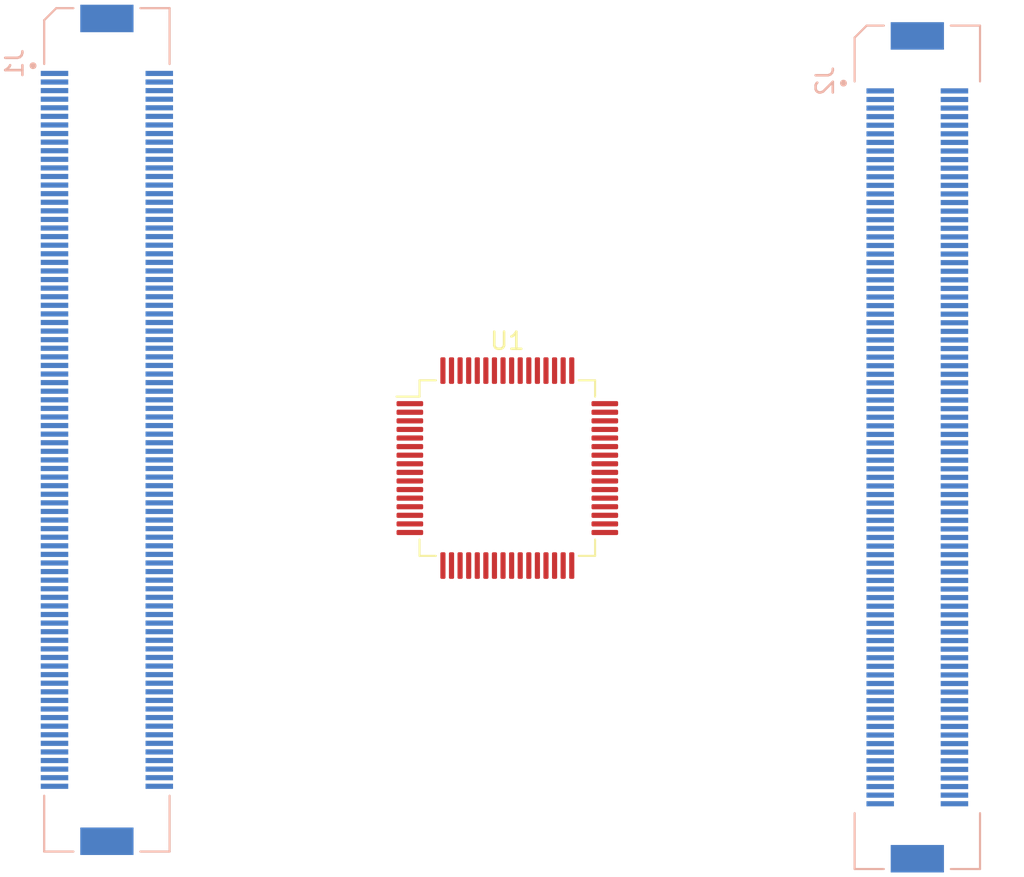
<source format=kicad_pcb>
(kicad_pcb (version 20171130) (host pcbnew "(5.1.10)-1")

  (general
    (thickness 1.6)
    (drawings 0)
    (tracks 0)
    (zones 0)
    (modules 3)
    (nets 403)
  )

  (page A4)
  (layers
    (0 F.Cu signal)
    (31 B.Cu signal)
    (32 B.Adhes user)
    (33 F.Adhes user)
    (34 B.Paste user)
    (35 F.Paste user)
    (36 B.SilkS user)
    (37 F.SilkS user)
    (38 B.Mask user)
    (39 F.Mask user)
    (40 Dwgs.User user)
    (41 Cmts.User user)
    (42 Eco1.User user)
    (43 Eco2.User user)
    (44 Edge.Cuts user)
    (45 Margin user)
    (46 B.CrtYd user)
    (47 F.CrtYd user)
    (48 B.Fab user)
    (49 F.Fab user)
  )

  (setup
    (last_trace_width 0.25)
    (trace_clearance 0.2)
    (zone_clearance 0.508)
    (zone_45_only no)
    (trace_min 0.2)
    (via_size 0.8)
    (via_drill 0.4)
    (via_min_size 0.4)
    (via_min_drill 0.3)
    (uvia_size 0.3)
    (uvia_drill 0.1)
    (uvias_allowed no)
    (uvia_min_size 0.2)
    (uvia_min_drill 0.1)
    (edge_width 0.05)
    (segment_width 0.2)
    (pcb_text_width 0.3)
    (pcb_text_size 1.5 1.5)
    (mod_edge_width 0.12)
    (mod_text_size 1 1)
    (mod_text_width 0.15)
    (pad_size 1.524 1.524)
    (pad_drill 0.762)
    (pad_to_mask_clearance 0)
    (aux_axis_origin 0 0)
    (visible_elements 7FFFFFFF)
    (pcbplotparams
      (layerselection 0x010fc_ffffffff)
      (usegerberextensions false)
      (usegerberattributes true)
      (usegerberadvancedattributes true)
      (creategerberjobfile true)
      (excludeedgelayer true)
      (linewidth 0.100000)
      (plotframeref false)
      (viasonmask false)
      (mode 1)
      (useauxorigin false)
      (hpglpennumber 1)
      (hpglpenspeed 20)
      (hpglpendiameter 15.000000)
      (psnegative false)
      (psa4output false)
      (plotreference true)
      (plotvalue true)
      (plotinvisibletext false)
      (padsonsilk false)
      (subtractmaskfromsilk false)
      (outputformat 1)
      (mirror false)
      (drillshape 1)
      (scaleselection 1)
      (outputdirectory ""))
  )

  (net 0 "")
  (net 1 "Net-(J1-Pad1)")
  (net 2 "Net-(J1-Pad2)")
  (net 3 "Net-(J1-Pad3)")
  (net 4 "Net-(J1-Pad4)")
  (net 5 "Net-(J1-Pad5)")
  (net 6 "Net-(J1-Pad6)")
  (net 7 "Net-(J1-Pad7)")
  (net 8 "Net-(J1-Pad8)")
  (net 9 "Net-(J1-Pad9)")
  (net 10 "Net-(J1-Pad10)")
  (net 11 "Net-(J1-Pad11)")
  (net 12 "Net-(J1-Pad12)")
  (net 13 "Net-(J1-Pad13)")
  (net 14 "Net-(J1-Pad14)")
  (net 15 "Net-(J1-Pad15)")
  (net 16 "Net-(J1-Pad16)")
  (net 17 "Net-(J1-Pad17)")
  (net 18 "Net-(J1-Pad18)")
  (net 19 "Net-(J1-Pad19)")
  (net 20 "Net-(J1-Pad20)")
  (net 21 "Net-(J1-Pad21)")
  (net 22 "Net-(J1-Pad22)")
  (net 23 "Net-(J1-Pad23)")
  (net 24 "Net-(J1-Pad24)")
  (net 25 "Net-(J1-Pad25)")
  (net 26 "Net-(J1-Pad26)")
  (net 27 "Net-(J1-Pad27)")
  (net 28 "Net-(J1-Pad28)")
  (net 29 "Net-(J1-Pad29)")
  (net 30 "Net-(J1-Pad30)")
  (net 31 "Net-(J1-Pad31)")
  (net 32 "Net-(J1-Pad32)")
  (net 33 "Net-(J1-Pad33)")
  (net 34 "Net-(J1-Pad34)")
  (net 35 "Net-(J1-Pad35)")
  (net 36 "Net-(J1-Pad36)")
  (net 37 "Net-(J1-Pad37)")
  (net 38 "Net-(J1-Pad38)")
  (net 39 "Net-(J1-Pad39)")
  (net 40 "Net-(J1-Pad40)")
  (net 41 "Net-(J1-Pad41)")
  (net 42 "Net-(J1-Pad42)")
  (net 43 "Net-(J1-Pad43)")
  (net 44 "Net-(J1-Pad44)")
  (net 45 "Net-(J1-Pad45)")
  (net 46 "Net-(J1-Pad46)")
  (net 47 "Net-(J1-Pad47)")
  (net 48 "Net-(J1-Pad48)")
  (net 49 "Net-(J1-Pad49)")
  (net 50 "Net-(J1-Pad50)")
  (net 51 "Net-(J1-Pad51)")
  (net 52 "Net-(J1-Pad52)")
  (net 53 "Net-(J1-Pad53)")
  (net 54 "Net-(J1-Pad54)")
  (net 55 "Net-(J1-Pad55)")
  (net 56 "Net-(J1-Pad56)")
  (net 57 "Net-(J1-Pad57)")
  (net 58 "Net-(J1-Pad58)")
  (net 59 "Net-(J1-Pad59)")
  (net 60 "Net-(J1-Pad60)")
  (net 61 "Net-(J1-Pad61)")
  (net 62 "Net-(J1-Pad62)")
  (net 63 "Net-(J1-Pad63)")
  (net 64 "Net-(J1-Pad64)")
  (net 65 "Net-(J1-Pad65)")
  (net 66 "Net-(J1-Pad66)")
  (net 67 "Net-(J1-Pad67)")
  (net 68 "Net-(J1-Pad68)")
  (net 69 "Net-(J1-Pad69)")
  (net 70 "Net-(J1-Pad70)")
  (net 71 "Net-(J1-Pad71)")
  (net 72 "Net-(J1-Pad72)")
  (net 73 "Net-(J1-Pad73)")
  (net 74 "Net-(J1-Pad74)")
  (net 75 "Net-(J1-Pad75)")
  (net 76 "Net-(J1-Pad76)")
  (net 77 "Net-(J1-Pad77)")
  (net 78 "Net-(J1-Pad78)")
  (net 79 "Net-(J1-Pad79)")
  (net 80 "Net-(J1-Pad80)")
  (net 81 "Net-(J1-Pad81)")
  (net 82 "Net-(J1-Pad82)")
  (net 83 "Net-(J1-Pad83)")
  (net 84 "Net-(J1-Pad84)")
  (net 85 "Net-(J1-Pad85)")
  (net 86 "Net-(J1-Pad86)")
  (net 87 "Net-(J1-Pad87)")
  (net 88 "Net-(J1-Pad88)")
  (net 89 "Net-(J1-Pad89)")
  (net 90 "Net-(J1-Pad90)")
  (net 91 "Net-(J1-Pad91)")
  (net 92 "Net-(J1-Pad92)")
  (net 93 "Net-(J1-Pad93)")
  (net 94 "Net-(J1-Pad94)")
  (net 95 "Net-(J1-Pad95)")
  (net 96 "Net-(J1-Pad96)")
  (net 97 "Net-(J1-Pad97)")
  (net 98 "Net-(J1-Pad98)")
  (net 99 "Net-(J1-Pad99)")
  (net 100 "Net-(J1-Pad100)")
  (net 101 "Net-(J1-Pad101)")
  (net 102 "Net-(J1-Pad102)")
  (net 103 "Net-(J1-Pad103)")
  (net 104 "Net-(J1-Pad104)")
  (net 105 "Net-(J1-Pad105)")
  (net 106 "Net-(J1-Pad106)")
  (net 107 "Net-(J1-Pad107)")
  (net 108 "Net-(J1-Pad108)")
  (net 109 "Net-(J1-Pad109)")
  (net 110 "Net-(J1-Pad110)")
  (net 111 "Net-(J1-Pad111)")
  (net 112 "Net-(J1-Pad112)")
  (net 113 "Net-(J1-Pad113)")
  (net 114 "Net-(J1-Pad114)")
  (net 115 "Net-(J1-Pad115)")
  (net 116 "Net-(J1-Pad116)")
  (net 117 "Net-(J1-Pad117)")
  (net 118 "Net-(J1-Pad118)")
  (net 119 "Net-(J1-Pad119)")
  (net 120 "Net-(J1-Pad120)")
  (net 121 "Net-(J1-Pad121)")
  (net 122 "Net-(J1-Pad122)")
  (net 123 "Net-(J1-Pad123)")
  (net 124 "Net-(J1-Pad124)")
  (net 125 "Net-(J1-Pad125)")
  (net 126 "Net-(J1-Pad126)")
  (net 127 "Net-(J1-Pad127)")
  (net 128 "Net-(J1-Pad128)")
  (net 129 "Net-(J1-Pad129)")
  (net 130 "Net-(J1-Pad130)")
  (net 131 "Net-(J1-Pad131)")
  (net 132 "Net-(J1-Pad132)")
  (net 133 "Net-(J1-Pad133)")
  (net 134 "Net-(J1-Pad134)")
  (net 135 "Net-(J1-Pad135)")
  (net 136 "Net-(J1-Pad136)")
  (net 137 "Net-(J1-Pad137)")
  (net 138 "Net-(J1-Pad138)")
  (net 139 "Net-(J1-Pad139)")
  (net 140 "Net-(J1-Pad140)")
  (net 141 "Net-(J1-Pad141)")
  (net 142 "Net-(J1-Pad142)")
  (net 143 "Net-(J1-Pad143)")
  (net 144 "Net-(J1-Pad144)")
  (net 145 "Net-(J1-Pad145)")
  (net 146 "Net-(J1-Pad146)")
  (net 147 "Net-(J1-Pad147)")
  (net 148 "Net-(J1-Pad148)")
  (net 149 "Net-(J1-Pad149)")
  (net 150 "Net-(J1-Pad150)")
  (net 151 "Net-(J1-Pad151)")
  (net 152 "Net-(J1-Pad152)")
  (net 153 "Net-(J1-Pad153)")
  (net 154 "Net-(J1-Pad154)")
  (net 155 "Net-(J1-Pad155)")
  (net 156 "Net-(J1-Pad156)")
  (net 157 "Net-(J1-Pad157)")
  (net 158 "Net-(J1-Pad158)")
  (net 159 "Net-(J1-Pad159)")
  (net 160 "Net-(J1-Pad160)")
  (net 161 "Net-(J1-Pad161)")
  (net 162 "Net-(J1-Pad162)")
  (net 163 "Net-(J1-Pad163)")
  (net 164 "Net-(J1-Pad164)")
  (net 165 "Net-(J1-Pad165)")
  (net 166 "Net-(J1-Pad166)")
  (net 167 "Net-(J1-Pad167)")
  (net 168 "Net-(J1-Pad168)")
  (net 169 "Net-(J1-PadS1)")
  (net 170 "Net-(J2-Pad1)")
  (net 171 "Net-(J2-Pad2)")
  (net 172 "Net-(J2-Pad3)")
  (net 173 "Net-(J2-Pad4)")
  (net 174 "Net-(J2-Pad5)")
  (net 175 "Net-(J2-Pad6)")
  (net 176 "Net-(J2-Pad7)")
  (net 177 "Net-(J2-Pad8)")
  (net 178 "Net-(J2-Pad9)")
  (net 179 "Net-(J2-Pad10)")
  (net 180 "Net-(J2-Pad11)")
  (net 181 "Net-(J2-Pad12)")
  (net 182 "Net-(J2-Pad13)")
  (net 183 "Net-(J2-Pad14)")
  (net 184 "Net-(J2-Pad15)")
  (net 185 "Net-(J2-Pad16)")
  (net 186 "Net-(J2-Pad17)")
  (net 187 "Net-(J2-Pad18)")
  (net 188 "Net-(J2-Pad19)")
  (net 189 "Net-(J2-Pad20)")
  (net 190 "Net-(J2-Pad21)")
  (net 191 "Net-(J2-Pad22)")
  (net 192 "Net-(J2-Pad23)")
  (net 193 "Net-(J2-Pad24)")
  (net 194 "Net-(J2-Pad25)")
  (net 195 "Net-(J2-Pad26)")
  (net 196 "Net-(J2-Pad27)")
  (net 197 "Net-(J2-Pad28)")
  (net 198 "Net-(J2-Pad29)")
  (net 199 "Net-(J2-Pad30)")
  (net 200 "Net-(J2-Pad31)")
  (net 201 "Net-(J2-Pad32)")
  (net 202 "Net-(J2-Pad33)")
  (net 203 "Net-(J2-Pad34)")
  (net 204 "Net-(J2-Pad35)")
  (net 205 "Net-(J2-Pad36)")
  (net 206 "Net-(J2-Pad37)")
  (net 207 "Net-(J2-Pad38)")
  (net 208 "Net-(J2-Pad39)")
  (net 209 "Net-(J2-Pad40)")
  (net 210 "Net-(J2-Pad41)")
  (net 211 "Net-(J2-Pad42)")
  (net 212 "Net-(J2-Pad43)")
  (net 213 "Net-(J2-Pad44)")
  (net 214 "Net-(J2-Pad45)")
  (net 215 "Net-(J2-Pad46)")
  (net 216 "Net-(J2-Pad47)")
  (net 217 "Net-(J2-Pad48)")
  (net 218 "Net-(J2-Pad49)")
  (net 219 "Net-(J2-Pad50)")
  (net 220 "Net-(J2-Pad51)")
  (net 221 "Net-(J2-Pad52)")
  (net 222 "Net-(J2-Pad53)")
  (net 223 "Net-(J2-Pad54)")
  (net 224 "Net-(J2-Pad55)")
  (net 225 "Net-(J2-Pad56)")
  (net 226 "Net-(J2-Pad57)")
  (net 227 "Net-(J2-Pad58)")
  (net 228 "Net-(J2-Pad59)")
  (net 229 "Net-(J2-Pad60)")
  (net 230 "Net-(J2-Pad61)")
  (net 231 "Net-(J2-Pad62)")
  (net 232 "Net-(J2-Pad63)")
  (net 233 "Net-(J2-Pad64)")
  (net 234 "Net-(J2-Pad65)")
  (net 235 "Net-(J2-Pad66)")
  (net 236 "Net-(J2-Pad67)")
  (net 237 "Net-(J2-Pad68)")
  (net 238 "Net-(J2-Pad69)")
  (net 239 "Net-(J2-Pad70)")
  (net 240 "Net-(J2-Pad71)")
  (net 241 "Net-(J2-Pad72)")
  (net 242 "Net-(J2-Pad73)")
  (net 243 "Net-(J2-Pad74)")
  (net 244 "Net-(J2-Pad75)")
  (net 245 "Net-(J2-Pad76)")
  (net 246 "Net-(J2-Pad77)")
  (net 247 "Net-(J2-Pad78)")
  (net 248 "Net-(J2-Pad79)")
  (net 249 "Net-(J2-Pad80)")
  (net 250 "Net-(J2-Pad81)")
  (net 251 "Net-(J2-Pad82)")
  (net 252 "Net-(J2-Pad83)")
  (net 253 "Net-(J2-Pad84)")
  (net 254 "Net-(J2-Pad85)")
  (net 255 "Net-(J2-Pad86)")
  (net 256 "Net-(J2-Pad87)")
  (net 257 "Net-(J2-Pad88)")
  (net 258 "Net-(J2-Pad89)")
  (net 259 "Net-(J2-Pad90)")
  (net 260 "Net-(J2-Pad91)")
  (net 261 "Net-(J2-Pad92)")
  (net 262 "Net-(J2-Pad93)")
  (net 263 "Net-(J2-Pad94)")
  (net 264 "Net-(J2-Pad95)")
  (net 265 "Net-(J2-Pad96)")
  (net 266 "Net-(J2-Pad97)")
  (net 267 "Net-(J2-Pad98)")
  (net 268 "Net-(J2-Pad99)")
  (net 269 "Net-(J2-Pad100)")
  (net 270 "Net-(J2-Pad101)")
  (net 271 "Net-(J2-Pad102)")
  (net 272 "Net-(J2-Pad103)")
  (net 273 "Net-(J2-Pad104)")
  (net 274 "Net-(J2-Pad105)")
  (net 275 "Net-(J2-Pad106)")
  (net 276 "Net-(J2-Pad107)")
  (net 277 "Net-(J2-Pad108)")
  (net 278 "Net-(J2-Pad109)")
  (net 279 "Net-(J2-Pad110)")
  (net 280 "Net-(J2-Pad111)")
  (net 281 "Net-(J2-Pad112)")
  (net 282 "Net-(J2-Pad113)")
  (net 283 "Net-(J2-Pad114)")
  (net 284 "Net-(J2-Pad115)")
  (net 285 "Net-(J2-Pad116)")
  (net 286 "Net-(J2-Pad117)")
  (net 287 "Net-(J2-Pad118)")
  (net 288 "Net-(J2-Pad119)")
  (net 289 "Net-(J2-Pad120)")
  (net 290 "Net-(J2-Pad121)")
  (net 291 "Net-(J2-Pad122)")
  (net 292 "Net-(J2-Pad123)")
  (net 293 "Net-(J2-Pad124)")
  (net 294 "Net-(J2-Pad125)")
  (net 295 "Net-(J2-Pad126)")
  (net 296 "Net-(J2-Pad127)")
  (net 297 "Net-(J2-Pad128)")
  (net 298 "Net-(J2-Pad129)")
  (net 299 "Net-(J2-Pad130)")
  (net 300 "Net-(J2-Pad131)")
  (net 301 "Net-(J2-Pad132)")
  (net 302 "Net-(J2-Pad133)")
  (net 303 "Net-(J2-Pad134)")
  (net 304 "Net-(J2-Pad135)")
  (net 305 "Net-(J2-Pad136)")
  (net 306 "Net-(J2-Pad137)")
  (net 307 "Net-(J2-Pad138)")
  (net 308 "Net-(J2-Pad139)")
  (net 309 "Net-(J2-Pad140)")
  (net 310 "Net-(J2-Pad141)")
  (net 311 "Net-(J2-Pad142)")
  (net 312 "Net-(J2-Pad143)")
  (net 313 "Net-(J2-Pad144)")
  (net 314 "Net-(J2-Pad145)")
  (net 315 "Net-(J2-Pad146)")
  (net 316 "Net-(J2-Pad147)")
  (net 317 "Net-(J2-Pad148)")
  (net 318 "Net-(J2-Pad149)")
  (net 319 "Net-(J2-Pad150)")
  (net 320 "Net-(J2-Pad151)")
  (net 321 "Net-(J2-Pad152)")
  (net 322 "Net-(J2-Pad153)")
  (net 323 "Net-(J2-Pad154)")
  (net 324 "Net-(J2-Pad155)")
  (net 325 "Net-(J2-Pad156)")
  (net 326 "Net-(J2-Pad157)")
  (net 327 "Net-(J2-Pad158)")
  (net 328 "Net-(J2-Pad159)")
  (net 329 "Net-(J2-Pad160)")
  (net 330 "Net-(J2-Pad161)")
  (net 331 "Net-(J2-Pad162)")
  (net 332 "Net-(J2-Pad163)")
  (net 333 "Net-(J2-Pad164)")
  (net 334 "Net-(J2-Pad165)")
  (net 335 "Net-(J2-Pad166)")
  (net 336 "Net-(J2-Pad167)")
  (net 337 "Net-(J2-Pad168)")
  (net 338 "Net-(J2-PadS1)")
  (net 339 "Net-(U1-Pad64)")
  (net 340 "Net-(U1-Pad63)")
  (net 341 "Net-(U1-Pad62)")
  (net 342 "Net-(U1-Pad61)")
  (net 343 "Net-(U1-Pad60)")
  (net 344 "Net-(U1-Pad59)")
  (net 345 "Net-(U1-Pad58)")
  (net 346 "Net-(U1-Pad57)")
  (net 347 "Net-(U1-Pad56)")
  (net 348 "Net-(U1-Pad55)")
  (net 349 "Net-(U1-Pad54)")
  (net 350 "Net-(U1-Pad53)")
  (net 351 "Net-(U1-Pad52)")
  (net 352 "Net-(U1-Pad51)")
  (net 353 "Net-(U1-Pad50)")
  (net 354 "Net-(U1-Pad49)")
  (net 355 "Net-(U1-Pad48)")
  (net 356 "Net-(U1-Pad47)")
  (net 357 "Net-(U1-Pad46)")
  (net 358 "Net-(U1-Pad45)")
  (net 359 "Net-(U1-Pad44)")
  (net 360 "Net-(U1-Pad43)")
  (net 361 "Net-(U1-Pad42)")
  (net 362 "Net-(U1-Pad41)")
  (net 363 "Net-(U1-Pad40)")
  (net 364 "Net-(U1-Pad39)")
  (net 365 "Net-(U1-Pad38)")
  (net 366 "Net-(U1-Pad37)")
  (net 367 "Net-(U1-Pad36)")
  (net 368 "Net-(U1-Pad35)")
  (net 369 "Net-(U1-Pad34)")
  (net 370 "Net-(U1-Pad33)")
  (net 371 "Net-(U1-Pad32)")
  (net 372 "Net-(U1-Pad31)")
  (net 373 "Net-(U1-Pad30)")
  (net 374 "Net-(U1-Pad29)")
  (net 375 "Net-(U1-Pad28)")
  (net 376 "Net-(U1-Pad27)")
  (net 377 "Net-(U1-Pad26)")
  (net 378 "Net-(U1-Pad25)")
  (net 379 "Net-(U1-Pad24)")
  (net 380 "Net-(U1-Pad23)")
  (net 381 "Net-(U1-Pad22)")
  (net 382 "Net-(U1-Pad21)")
  (net 383 "Net-(U1-Pad20)")
  (net 384 "Net-(U1-Pad19)")
  (net 385 "Net-(U1-Pad18)")
  (net 386 "Net-(U1-Pad17)")
  (net 387 "Net-(U1-Pad16)")
  (net 388 "Net-(U1-Pad15)")
  (net 389 "Net-(U1-Pad14)")
  (net 390 "Net-(U1-Pad13)")
  (net 391 "Net-(U1-Pad12)")
  (net 392 "Net-(U1-Pad11)")
  (net 393 "Net-(U1-Pad10)")
  (net 394 "Net-(U1-Pad9)")
  (net 395 "Net-(U1-Pad8)")
  (net 396 "Net-(U1-Pad7)")
  (net 397 "Net-(U1-Pad6)")
  (net 398 "Net-(U1-Pad5)")
  (net 399 "Net-(U1-Pad4)")
  (net 400 "Net-(U1-Pad3)")
  (net 401 "Net-(U1-Pad2)")
  (net 402 "Net-(U1-Pad1)")

  (net_class Default "This is the default net class."
    (clearance 0.2)
    (trace_width 0.25)
    (via_dia 0.8)
    (via_drill 0.4)
    (uvia_dia 0.3)
    (uvia_drill 0.1)
    (add_net "Net-(J1-Pad1)")
    (add_net "Net-(J1-Pad10)")
    (add_net "Net-(J1-Pad100)")
    (add_net "Net-(J1-Pad101)")
    (add_net "Net-(J1-Pad102)")
    (add_net "Net-(J1-Pad103)")
    (add_net "Net-(J1-Pad104)")
    (add_net "Net-(J1-Pad105)")
    (add_net "Net-(J1-Pad106)")
    (add_net "Net-(J1-Pad107)")
    (add_net "Net-(J1-Pad108)")
    (add_net "Net-(J1-Pad109)")
    (add_net "Net-(J1-Pad11)")
    (add_net "Net-(J1-Pad110)")
    (add_net "Net-(J1-Pad111)")
    (add_net "Net-(J1-Pad112)")
    (add_net "Net-(J1-Pad113)")
    (add_net "Net-(J1-Pad114)")
    (add_net "Net-(J1-Pad115)")
    (add_net "Net-(J1-Pad116)")
    (add_net "Net-(J1-Pad117)")
    (add_net "Net-(J1-Pad118)")
    (add_net "Net-(J1-Pad119)")
    (add_net "Net-(J1-Pad12)")
    (add_net "Net-(J1-Pad120)")
    (add_net "Net-(J1-Pad121)")
    (add_net "Net-(J1-Pad122)")
    (add_net "Net-(J1-Pad123)")
    (add_net "Net-(J1-Pad124)")
    (add_net "Net-(J1-Pad125)")
    (add_net "Net-(J1-Pad126)")
    (add_net "Net-(J1-Pad127)")
    (add_net "Net-(J1-Pad128)")
    (add_net "Net-(J1-Pad129)")
    (add_net "Net-(J1-Pad13)")
    (add_net "Net-(J1-Pad130)")
    (add_net "Net-(J1-Pad131)")
    (add_net "Net-(J1-Pad132)")
    (add_net "Net-(J1-Pad133)")
    (add_net "Net-(J1-Pad134)")
    (add_net "Net-(J1-Pad135)")
    (add_net "Net-(J1-Pad136)")
    (add_net "Net-(J1-Pad137)")
    (add_net "Net-(J1-Pad138)")
    (add_net "Net-(J1-Pad139)")
    (add_net "Net-(J1-Pad14)")
    (add_net "Net-(J1-Pad140)")
    (add_net "Net-(J1-Pad141)")
    (add_net "Net-(J1-Pad142)")
    (add_net "Net-(J1-Pad143)")
    (add_net "Net-(J1-Pad144)")
    (add_net "Net-(J1-Pad145)")
    (add_net "Net-(J1-Pad146)")
    (add_net "Net-(J1-Pad147)")
    (add_net "Net-(J1-Pad148)")
    (add_net "Net-(J1-Pad149)")
    (add_net "Net-(J1-Pad15)")
    (add_net "Net-(J1-Pad150)")
    (add_net "Net-(J1-Pad151)")
    (add_net "Net-(J1-Pad152)")
    (add_net "Net-(J1-Pad153)")
    (add_net "Net-(J1-Pad154)")
    (add_net "Net-(J1-Pad155)")
    (add_net "Net-(J1-Pad156)")
    (add_net "Net-(J1-Pad157)")
    (add_net "Net-(J1-Pad158)")
    (add_net "Net-(J1-Pad159)")
    (add_net "Net-(J1-Pad16)")
    (add_net "Net-(J1-Pad160)")
    (add_net "Net-(J1-Pad161)")
    (add_net "Net-(J1-Pad162)")
    (add_net "Net-(J1-Pad163)")
    (add_net "Net-(J1-Pad164)")
    (add_net "Net-(J1-Pad165)")
    (add_net "Net-(J1-Pad166)")
    (add_net "Net-(J1-Pad167)")
    (add_net "Net-(J1-Pad168)")
    (add_net "Net-(J1-Pad17)")
    (add_net "Net-(J1-Pad18)")
    (add_net "Net-(J1-Pad19)")
    (add_net "Net-(J1-Pad2)")
    (add_net "Net-(J1-Pad20)")
    (add_net "Net-(J1-Pad21)")
    (add_net "Net-(J1-Pad22)")
    (add_net "Net-(J1-Pad23)")
    (add_net "Net-(J1-Pad24)")
    (add_net "Net-(J1-Pad25)")
    (add_net "Net-(J1-Pad26)")
    (add_net "Net-(J1-Pad27)")
    (add_net "Net-(J1-Pad28)")
    (add_net "Net-(J1-Pad29)")
    (add_net "Net-(J1-Pad3)")
    (add_net "Net-(J1-Pad30)")
    (add_net "Net-(J1-Pad31)")
    (add_net "Net-(J1-Pad32)")
    (add_net "Net-(J1-Pad33)")
    (add_net "Net-(J1-Pad34)")
    (add_net "Net-(J1-Pad35)")
    (add_net "Net-(J1-Pad36)")
    (add_net "Net-(J1-Pad37)")
    (add_net "Net-(J1-Pad38)")
    (add_net "Net-(J1-Pad39)")
    (add_net "Net-(J1-Pad4)")
    (add_net "Net-(J1-Pad40)")
    (add_net "Net-(J1-Pad41)")
    (add_net "Net-(J1-Pad42)")
    (add_net "Net-(J1-Pad43)")
    (add_net "Net-(J1-Pad44)")
    (add_net "Net-(J1-Pad45)")
    (add_net "Net-(J1-Pad46)")
    (add_net "Net-(J1-Pad47)")
    (add_net "Net-(J1-Pad48)")
    (add_net "Net-(J1-Pad49)")
    (add_net "Net-(J1-Pad5)")
    (add_net "Net-(J1-Pad50)")
    (add_net "Net-(J1-Pad51)")
    (add_net "Net-(J1-Pad52)")
    (add_net "Net-(J1-Pad53)")
    (add_net "Net-(J1-Pad54)")
    (add_net "Net-(J1-Pad55)")
    (add_net "Net-(J1-Pad56)")
    (add_net "Net-(J1-Pad57)")
    (add_net "Net-(J1-Pad58)")
    (add_net "Net-(J1-Pad59)")
    (add_net "Net-(J1-Pad6)")
    (add_net "Net-(J1-Pad60)")
    (add_net "Net-(J1-Pad61)")
    (add_net "Net-(J1-Pad62)")
    (add_net "Net-(J1-Pad63)")
    (add_net "Net-(J1-Pad64)")
    (add_net "Net-(J1-Pad65)")
    (add_net "Net-(J1-Pad66)")
    (add_net "Net-(J1-Pad67)")
    (add_net "Net-(J1-Pad68)")
    (add_net "Net-(J1-Pad69)")
    (add_net "Net-(J1-Pad7)")
    (add_net "Net-(J1-Pad70)")
    (add_net "Net-(J1-Pad71)")
    (add_net "Net-(J1-Pad72)")
    (add_net "Net-(J1-Pad73)")
    (add_net "Net-(J1-Pad74)")
    (add_net "Net-(J1-Pad75)")
    (add_net "Net-(J1-Pad76)")
    (add_net "Net-(J1-Pad77)")
    (add_net "Net-(J1-Pad78)")
    (add_net "Net-(J1-Pad79)")
    (add_net "Net-(J1-Pad8)")
    (add_net "Net-(J1-Pad80)")
    (add_net "Net-(J1-Pad81)")
    (add_net "Net-(J1-Pad82)")
    (add_net "Net-(J1-Pad83)")
    (add_net "Net-(J1-Pad84)")
    (add_net "Net-(J1-Pad85)")
    (add_net "Net-(J1-Pad86)")
    (add_net "Net-(J1-Pad87)")
    (add_net "Net-(J1-Pad88)")
    (add_net "Net-(J1-Pad89)")
    (add_net "Net-(J1-Pad9)")
    (add_net "Net-(J1-Pad90)")
    (add_net "Net-(J1-Pad91)")
    (add_net "Net-(J1-Pad92)")
    (add_net "Net-(J1-Pad93)")
    (add_net "Net-(J1-Pad94)")
    (add_net "Net-(J1-Pad95)")
    (add_net "Net-(J1-Pad96)")
    (add_net "Net-(J1-Pad97)")
    (add_net "Net-(J1-Pad98)")
    (add_net "Net-(J1-Pad99)")
    (add_net "Net-(J1-PadS1)")
    (add_net "Net-(J2-Pad1)")
    (add_net "Net-(J2-Pad10)")
    (add_net "Net-(J2-Pad100)")
    (add_net "Net-(J2-Pad101)")
    (add_net "Net-(J2-Pad102)")
    (add_net "Net-(J2-Pad103)")
    (add_net "Net-(J2-Pad104)")
    (add_net "Net-(J2-Pad105)")
    (add_net "Net-(J2-Pad106)")
    (add_net "Net-(J2-Pad107)")
    (add_net "Net-(J2-Pad108)")
    (add_net "Net-(J2-Pad109)")
    (add_net "Net-(J2-Pad11)")
    (add_net "Net-(J2-Pad110)")
    (add_net "Net-(J2-Pad111)")
    (add_net "Net-(J2-Pad112)")
    (add_net "Net-(J2-Pad113)")
    (add_net "Net-(J2-Pad114)")
    (add_net "Net-(J2-Pad115)")
    (add_net "Net-(J2-Pad116)")
    (add_net "Net-(J2-Pad117)")
    (add_net "Net-(J2-Pad118)")
    (add_net "Net-(J2-Pad119)")
    (add_net "Net-(J2-Pad12)")
    (add_net "Net-(J2-Pad120)")
    (add_net "Net-(J2-Pad121)")
    (add_net "Net-(J2-Pad122)")
    (add_net "Net-(J2-Pad123)")
    (add_net "Net-(J2-Pad124)")
    (add_net "Net-(J2-Pad125)")
    (add_net "Net-(J2-Pad126)")
    (add_net "Net-(J2-Pad127)")
    (add_net "Net-(J2-Pad128)")
    (add_net "Net-(J2-Pad129)")
    (add_net "Net-(J2-Pad13)")
    (add_net "Net-(J2-Pad130)")
    (add_net "Net-(J2-Pad131)")
    (add_net "Net-(J2-Pad132)")
    (add_net "Net-(J2-Pad133)")
    (add_net "Net-(J2-Pad134)")
    (add_net "Net-(J2-Pad135)")
    (add_net "Net-(J2-Pad136)")
    (add_net "Net-(J2-Pad137)")
    (add_net "Net-(J2-Pad138)")
    (add_net "Net-(J2-Pad139)")
    (add_net "Net-(J2-Pad14)")
    (add_net "Net-(J2-Pad140)")
    (add_net "Net-(J2-Pad141)")
    (add_net "Net-(J2-Pad142)")
    (add_net "Net-(J2-Pad143)")
    (add_net "Net-(J2-Pad144)")
    (add_net "Net-(J2-Pad145)")
    (add_net "Net-(J2-Pad146)")
    (add_net "Net-(J2-Pad147)")
    (add_net "Net-(J2-Pad148)")
    (add_net "Net-(J2-Pad149)")
    (add_net "Net-(J2-Pad15)")
    (add_net "Net-(J2-Pad150)")
    (add_net "Net-(J2-Pad151)")
    (add_net "Net-(J2-Pad152)")
    (add_net "Net-(J2-Pad153)")
    (add_net "Net-(J2-Pad154)")
    (add_net "Net-(J2-Pad155)")
    (add_net "Net-(J2-Pad156)")
    (add_net "Net-(J2-Pad157)")
    (add_net "Net-(J2-Pad158)")
    (add_net "Net-(J2-Pad159)")
    (add_net "Net-(J2-Pad16)")
    (add_net "Net-(J2-Pad160)")
    (add_net "Net-(J2-Pad161)")
    (add_net "Net-(J2-Pad162)")
    (add_net "Net-(J2-Pad163)")
    (add_net "Net-(J2-Pad164)")
    (add_net "Net-(J2-Pad165)")
    (add_net "Net-(J2-Pad166)")
    (add_net "Net-(J2-Pad167)")
    (add_net "Net-(J2-Pad168)")
    (add_net "Net-(J2-Pad17)")
    (add_net "Net-(J2-Pad18)")
    (add_net "Net-(J2-Pad19)")
    (add_net "Net-(J2-Pad2)")
    (add_net "Net-(J2-Pad20)")
    (add_net "Net-(J2-Pad21)")
    (add_net "Net-(J2-Pad22)")
    (add_net "Net-(J2-Pad23)")
    (add_net "Net-(J2-Pad24)")
    (add_net "Net-(J2-Pad25)")
    (add_net "Net-(J2-Pad26)")
    (add_net "Net-(J2-Pad27)")
    (add_net "Net-(J2-Pad28)")
    (add_net "Net-(J2-Pad29)")
    (add_net "Net-(J2-Pad3)")
    (add_net "Net-(J2-Pad30)")
    (add_net "Net-(J2-Pad31)")
    (add_net "Net-(J2-Pad32)")
    (add_net "Net-(J2-Pad33)")
    (add_net "Net-(J2-Pad34)")
    (add_net "Net-(J2-Pad35)")
    (add_net "Net-(J2-Pad36)")
    (add_net "Net-(J2-Pad37)")
    (add_net "Net-(J2-Pad38)")
    (add_net "Net-(J2-Pad39)")
    (add_net "Net-(J2-Pad4)")
    (add_net "Net-(J2-Pad40)")
    (add_net "Net-(J2-Pad41)")
    (add_net "Net-(J2-Pad42)")
    (add_net "Net-(J2-Pad43)")
    (add_net "Net-(J2-Pad44)")
    (add_net "Net-(J2-Pad45)")
    (add_net "Net-(J2-Pad46)")
    (add_net "Net-(J2-Pad47)")
    (add_net "Net-(J2-Pad48)")
    (add_net "Net-(J2-Pad49)")
    (add_net "Net-(J2-Pad5)")
    (add_net "Net-(J2-Pad50)")
    (add_net "Net-(J2-Pad51)")
    (add_net "Net-(J2-Pad52)")
    (add_net "Net-(J2-Pad53)")
    (add_net "Net-(J2-Pad54)")
    (add_net "Net-(J2-Pad55)")
    (add_net "Net-(J2-Pad56)")
    (add_net "Net-(J2-Pad57)")
    (add_net "Net-(J2-Pad58)")
    (add_net "Net-(J2-Pad59)")
    (add_net "Net-(J2-Pad6)")
    (add_net "Net-(J2-Pad60)")
    (add_net "Net-(J2-Pad61)")
    (add_net "Net-(J2-Pad62)")
    (add_net "Net-(J2-Pad63)")
    (add_net "Net-(J2-Pad64)")
    (add_net "Net-(J2-Pad65)")
    (add_net "Net-(J2-Pad66)")
    (add_net "Net-(J2-Pad67)")
    (add_net "Net-(J2-Pad68)")
    (add_net "Net-(J2-Pad69)")
    (add_net "Net-(J2-Pad7)")
    (add_net "Net-(J2-Pad70)")
    (add_net "Net-(J2-Pad71)")
    (add_net "Net-(J2-Pad72)")
    (add_net "Net-(J2-Pad73)")
    (add_net "Net-(J2-Pad74)")
    (add_net "Net-(J2-Pad75)")
    (add_net "Net-(J2-Pad76)")
    (add_net "Net-(J2-Pad77)")
    (add_net "Net-(J2-Pad78)")
    (add_net "Net-(J2-Pad79)")
    (add_net "Net-(J2-Pad8)")
    (add_net "Net-(J2-Pad80)")
    (add_net "Net-(J2-Pad81)")
    (add_net "Net-(J2-Pad82)")
    (add_net "Net-(J2-Pad83)")
    (add_net "Net-(J2-Pad84)")
    (add_net "Net-(J2-Pad85)")
    (add_net "Net-(J2-Pad86)")
    (add_net "Net-(J2-Pad87)")
    (add_net "Net-(J2-Pad88)")
    (add_net "Net-(J2-Pad89)")
    (add_net "Net-(J2-Pad9)")
    (add_net "Net-(J2-Pad90)")
    (add_net "Net-(J2-Pad91)")
    (add_net "Net-(J2-Pad92)")
    (add_net "Net-(J2-Pad93)")
    (add_net "Net-(J2-Pad94)")
    (add_net "Net-(J2-Pad95)")
    (add_net "Net-(J2-Pad96)")
    (add_net "Net-(J2-Pad97)")
    (add_net "Net-(J2-Pad98)")
    (add_net "Net-(J2-Pad99)")
    (add_net "Net-(J2-PadS1)")
    (add_net "Net-(U1-Pad1)")
    (add_net "Net-(U1-Pad10)")
    (add_net "Net-(U1-Pad11)")
    (add_net "Net-(U1-Pad12)")
    (add_net "Net-(U1-Pad13)")
    (add_net "Net-(U1-Pad14)")
    (add_net "Net-(U1-Pad15)")
    (add_net "Net-(U1-Pad16)")
    (add_net "Net-(U1-Pad17)")
    (add_net "Net-(U1-Pad18)")
    (add_net "Net-(U1-Pad19)")
    (add_net "Net-(U1-Pad2)")
    (add_net "Net-(U1-Pad20)")
    (add_net "Net-(U1-Pad21)")
    (add_net "Net-(U1-Pad22)")
    (add_net "Net-(U1-Pad23)")
    (add_net "Net-(U1-Pad24)")
    (add_net "Net-(U1-Pad25)")
    (add_net "Net-(U1-Pad26)")
    (add_net "Net-(U1-Pad27)")
    (add_net "Net-(U1-Pad28)")
    (add_net "Net-(U1-Pad29)")
    (add_net "Net-(U1-Pad3)")
    (add_net "Net-(U1-Pad30)")
    (add_net "Net-(U1-Pad31)")
    (add_net "Net-(U1-Pad32)")
    (add_net "Net-(U1-Pad33)")
    (add_net "Net-(U1-Pad34)")
    (add_net "Net-(U1-Pad35)")
    (add_net "Net-(U1-Pad36)")
    (add_net "Net-(U1-Pad37)")
    (add_net "Net-(U1-Pad38)")
    (add_net "Net-(U1-Pad39)")
    (add_net "Net-(U1-Pad4)")
    (add_net "Net-(U1-Pad40)")
    (add_net "Net-(U1-Pad41)")
    (add_net "Net-(U1-Pad42)")
    (add_net "Net-(U1-Pad43)")
    (add_net "Net-(U1-Pad44)")
    (add_net "Net-(U1-Pad45)")
    (add_net "Net-(U1-Pad46)")
    (add_net "Net-(U1-Pad47)")
    (add_net "Net-(U1-Pad48)")
    (add_net "Net-(U1-Pad49)")
    (add_net "Net-(U1-Pad5)")
    (add_net "Net-(U1-Pad50)")
    (add_net "Net-(U1-Pad51)")
    (add_net "Net-(U1-Pad52)")
    (add_net "Net-(U1-Pad53)")
    (add_net "Net-(U1-Pad54)")
    (add_net "Net-(U1-Pad55)")
    (add_net "Net-(U1-Pad56)")
    (add_net "Net-(U1-Pad57)")
    (add_net "Net-(U1-Pad58)")
    (add_net "Net-(U1-Pad59)")
    (add_net "Net-(U1-Pad6)")
    (add_net "Net-(U1-Pad60)")
    (add_net "Net-(U1-Pad61)")
    (add_net "Net-(U1-Pad62)")
    (add_net "Net-(U1-Pad63)")
    (add_net "Net-(U1-Pad64)")
    (add_net "Net-(U1-Pad7)")
    (add_net "Net-(U1-Pad8)")
    (add_net "Net-(U1-Pad9)")
  )

  (module max_KiCAD_lib:HRS_FX10A-168P-SV (layer B.Cu) (tedit 6143509C) (tstamp 6143BA51)
    (at 135.382 90.1065 270)
    (path /614A3ED5/6143D95B)
    (fp_text reference J2 (at -21.325 5.375 270) (layer B.SilkS)
      (effects (font (size 1 1) (thickness 0.15)) (justify mirror))
    )
    (fp_text value "FX10A-168P-SV_(71)" (at -13.705 -5.365 270) (layer B.Fab)
      (effects (font (size 1 1) (thickness 0.15)) (justify mirror))
    )
    (fp_line (start -23.85 3.65) (end 24.55 3.65) (layer B.Fab) (width 0.127))
    (fp_line (start 24.55 3.65) (end 24.55 -3.65) (layer B.Fab) (width 0.127))
    (fp_line (start 24.55 -3.65) (end -24.55 -3.65) (layer B.Fab) (width 0.127))
    (fp_line (start -24.55 -3.65) (end -24.55 2.95) (layer B.Fab) (width 0.127))
    (fp_line (start -24.55 2.95) (end -23.85 3.65) (layer B.Fab) (width 0.127))
    (fp_line (start -24.55 2.95) (end -23.85 3.65) (layer B.SilkS) (width 0.127))
    (fp_line (start -23.85 3.65) (end -21.3 3.65) (layer B.SilkS) (width 0.127))
    (fp_line (start -24.55 2.95) (end -24.55 1.95) (layer B.SilkS) (width 0.127))
    (fp_line (start -21.3 -3.65) (end -24.55 -3.65) (layer B.SilkS) (width 0.127))
    (fp_line (start -24.55 -3.65) (end -24.55 -1.95) (layer B.SilkS) (width 0.127))
    (fp_line (start 21.3 3.65) (end 24.55 3.65) (layer B.SilkS) (width 0.127))
    (fp_line (start 24.55 3.65) (end 24.55 1.95) (layer B.SilkS) (width 0.127))
    (fp_line (start 24.55 -1.95) (end 24.55 -3.65) (layer B.SilkS) (width 0.127))
    (fp_line (start 24.55 -3.65) (end 21.3 -3.65) (layer B.SilkS) (width 0.127))
    (fp_poly (pts (xy -20.875 -1.361) (xy -20.625 -1.361) (xy -20.625 -2.961) (xy -20.875 -2.961)) (layer B.Paste) (width 0.01))
    (fp_poly (pts (xy -20.375 -1.361) (xy -20.125 -1.361) (xy -20.125 -2.961) (xy -20.375 -2.961)) (layer B.Paste) (width 0.01))
    (fp_poly (pts (xy -19.875 -1.361) (xy -19.625 -1.361) (xy -19.625 -2.961) (xy -19.875 -2.961)) (layer B.Paste) (width 0.01))
    (fp_poly (pts (xy -19.375 -1.361) (xy -19.125 -1.361) (xy -19.125 -2.961) (xy -19.375 -2.961)) (layer B.Paste) (width 0.01))
    (fp_poly (pts (xy -18.875 -1.361) (xy -18.625 -1.361) (xy -18.625 -2.961) (xy -18.875 -2.961)) (layer B.Paste) (width 0.01))
    (fp_poly (pts (xy -18.375 -1.361) (xy -18.125 -1.361) (xy -18.125 -2.961) (xy -18.375 -2.961)) (layer B.Paste) (width 0.01))
    (fp_poly (pts (xy -17.875 -1.361) (xy -17.625 -1.361) (xy -17.625 -2.961) (xy -17.875 -2.961)) (layer B.Paste) (width 0.01))
    (fp_poly (pts (xy -17.375 -1.361) (xy -17.125 -1.361) (xy -17.125 -2.961) (xy -17.375 -2.961)) (layer B.Paste) (width 0.01))
    (fp_poly (pts (xy -16.875 -1.361) (xy -16.625 -1.361) (xy -16.625 -2.961) (xy -16.875 -2.961)) (layer B.Paste) (width 0.01))
    (fp_poly (pts (xy -16.375 -1.361) (xy -16.125 -1.361) (xy -16.125 -2.961) (xy -16.375 -2.961)) (layer B.Paste) (width 0.01))
    (fp_poly (pts (xy -15.875 -1.361) (xy -15.625 -1.361) (xy -15.625 -2.961) (xy -15.875 -2.961)) (layer B.Paste) (width 0.01))
    (fp_poly (pts (xy -15.375 -1.361) (xy -15.125 -1.361) (xy -15.125 -2.961) (xy -15.375 -2.961)) (layer B.Paste) (width 0.01))
    (fp_poly (pts (xy -14.875 -1.361) (xy -14.625 -1.361) (xy -14.625 -2.961) (xy -14.875 -2.961)) (layer B.Paste) (width 0.01))
    (fp_poly (pts (xy -14.375 -1.361) (xy -14.125 -1.361) (xy -14.125 -2.961) (xy -14.375 -2.961)) (layer B.Paste) (width 0.01))
    (fp_poly (pts (xy -13.875 -1.361) (xy -13.625 -1.361) (xy -13.625 -2.961) (xy -13.875 -2.961)) (layer B.Paste) (width 0.01))
    (fp_poly (pts (xy -13.375 -1.361) (xy -13.125 -1.361) (xy -13.125 -2.961) (xy -13.375 -2.961)) (layer B.Paste) (width 0.01))
    (fp_poly (pts (xy -12.875 -1.361) (xy -12.625 -1.361) (xy -12.625 -2.961) (xy -12.875 -2.961)) (layer B.Paste) (width 0.01))
    (fp_poly (pts (xy -12.375 -1.361) (xy -12.125 -1.361) (xy -12.125 -2.961) (xy -12.375 -2.961)) (layer B.Paste) (width 0.01))
    (fp_poly (pts (xy -11.875 -1.361) (xy -11.625 -1.361) (xy -11.625 -2.961) (xy -11.875 -2.961)) (layer B.Paste) (width 0.01))
    (fp_poly (pts (xy -11.375 -1.361) (xy -11.125 -1.361) (xy -11.125 -2.961) (xy -11.375 -2.961)) (layer B.Paste) (width 0.01))
    (fp_poly (pts (xy -10.875 -1.361) (xy -10.625 -1.361) (xy -10.625 -2.961) (xy -10.875 -2.961)) (layer B.Paste) (width 0.01))
    (fp_poly (pts (xy -10.375 -1.361) (xy -10.125 -1.361) (xy -10.125 -2.961) (xy -10.375 -2.961)) (layer B.Paste) (width 0.01))
    (fp_poly (pts (xy -9.875 -1.361) (xy -9.625 -1.361) (xy -9.625 -2.961) (xy -9.875 -2.961)) (layer B.Paste) (width 0.01))
    (fp_poly (pts (xy -9.375 -1.361) (xy -9.125 -1.361) (xy -9.125 -2.961) (xy -9.375 -2.961)) (layer B.Paste) (width 0.01))
    (fp_poly (pts (xy -8.875 -1.361) (xy -8.625 -1.361) (xy -8.625 -2.961) (xy -8.875 -2.961)) (layer B.Paste) (width 0.01))
    (fp_poly (pts (xy -8.375 -1.361) (xy -8.125 -1.361) (xy -8.125 -2.961) (xy -8.375 -2.961)) (layer B.Paste) (width 0.01))
    (fp_poly (pts (xy -7.875 -1.361) (xy -7.625 -1.361) (xy -7.625 -2.961) (xy -7.875 -2.961)) (layer B.Paste) (width 0.01))
    (fp_poly (pts (xy -7.375 -1.361) (xy -7.125 -1.361) (xy -7.125 -2.961) (xy -7.375 -2.961)) (layer B.Paste) (width 0.01))
    (fp_poly (pts (xy -6.875 -1.361) (xy -6.625 -1.361) (xy -6.625 -2.961) (xy -6.875 -2.961)) (layer B.Paste) (width 0.01))
    (fp_poly (pts (xy -6.375 -1.361) (xy -6.125 -1.361) (xy -6.125 -2.961) (xy -6.375 -2.961)) (layer B.Paste) (width 0.01))
    (fp_poly (pts (xy -5.875 -1.361) (xy -5.625 -1.361) (xy -5.625 -2.961) (xy -5.875 -2.961)) (layer B.Paste) (width 0.01))
    (fp_poly (pts (xy -5.375 -1.361) (xy -5.125 -1.361) (xy -5.125 -2.961) (xy -5.375 -2.961)) (layer B.Paste) (width 0.01))
    (fp_poly (pts (xy -4.875 -1.361) (xy -4.625 -1.361) (xy -4.625 -2.961) (xy -4.875 -2.961)) (layer B.Paste) (width 0.01))
    (fp_poly (pts (xy -4.375 -1.361) (xy -4.125 -1.361) (xy -4.125 -2.961) (xy -4.375 -2.961)) (layer B.Paste) (width 0.01))
    (fp_poly (pts (xy -3.875 -1.361) (xy -3.625 -1.361) (xy -3.625 -2.961) (xy -3.875 -2.961)) (layer B.Paste) (width 0.01))
    (fp_poly (pts (xy -3.375 -1.361) (xy -3.125 -1.361) (xy -3.125 -2.961) (xy -3.375 -2.961)) (layer B.Paste) (width 0.01))
    (fp_poly (pts (xy -2.875 -1.361) (xy -2.625 -1.361) (xy -2.625 -2.961) (xy -2.875 -2.961)) (layer B.Paste) (width 0.01))
    (fp_poly (pts (xy -2.375 -1.361) (xy -2.125 -1.361) (xy -2.125 -2.961) (xy -2.375 -2.961)) (layer B.Paste) (width 0.01))
    (fp_poly (pts (xy -1.875 -1.361) (xy -1.625 -1.361) (xy -1.625 -2.961) (xy -1.875 -2.961)) (layer B.Paste) (width 0.01))
    (fp_poly (pts (xy -1.375 -1.361) (xy -1.125 -1.361) (xy -1.125 -2.961) (xy -1.375 -2.961)) (layer B.Paste) (width 0.01))
    (fp_poly (pts (xy -0.875 -1.361) (xy -0.625 -1.361) (xy -0.625 -2.961) (xy -0.875 -2.961)) (layer B.Paste) (width 0.01))
    (fp_poly (pts (xy -0.375 -1.361) (xy -0.125 -1.361) (xy -0.125 -2.961) (xy -0.375 -2.961)) (layer B.Paste) (width 0.01))
    (fp_poly (pts (xy 0.125 -1.361) (xy 0.375 -1.361) (xy 0.375 -2.961) (xy 0.125 -2.961)) (layer B.Paste) (width 0.01))
    (fp_poly (pts (xy 0.625 -1.361) (xy 0.875 -1.361) (xy 0.875 -2.961) (xy 0.625 -2.961)) (layer B.Paste) (width 0.01))
    (fp_poly (pts (xy 1.125 -1.361) (xy 1.375 -1.361) (xy 1.375 -2.961) (xy 1.125 -2.961)) (layer B.Paste) (width 0.01))
    (fp_poly (pts (xy 1.625 -1.361) (xy 1.875 -1.361) (xy 1.875 -2.961) (xy 1.625 -2.961)) (layer B.Paste) (width 0.01))
    (fp_poly (pts (xy 2.125 -1.361) (xy 2.375 -1.361) (xy 2.375 -2.961) (xy 2.125 -2.961)) (layer B.Paste) (width 0.01))
    (fp_poly (pts (xy 2.625 -1.361) (xy 2.875 -1.361) (xy 2.875 -2.961) (xy 2.625 -2.961)) (layer B.Paste) (width 0.01))
    (fp_poly (pts (xy 3.125 -1.361) (xy 3.375 -1.361) (xy 3.375 -2.961) (xy 3.125 -2.961)) (layer B.Paste) (width 0.01))
    (fp_poly (pts (xy 3.625 -1.361) (xy 3.875 -1.361) (xy 3.875 -2.961) (xy 3.625 -2.961)) (layer B.Paste) (width 0.01))
    (fp_poly (pts (xy 4.125 -1.361) (xy 4.375 -1.361) (xy 4.375 -2.961) (xy 4.125 -2.961)) (layer B.Paste) (width 0.01))
    (fp_poly (pts (xy 4.625 -1.361) (xy 4.875 -1.361) (xy 4.875 -2.961) (xy 4.625 -2.961)) (layer B.Paste) (width 0.01))
    (fp_poly (pts (xy 5.125 -1.361) (xy 5.375 -1.361) (xy 5.375 -2.961) (xy 5.125 -2.961)) (layer B.Paste) (width 0.01))
    (fp_poly (pts (xy 5.625 -1.361) (xy 5.875 -1.361) (xy 5.875 -2.961) (xy 5.625 -2.961)) (layer B.Paste) (width 0.01))
    (fp_poly (pts (xy 6.125 -1.361) (xy 6.375 -1.361) (xy 6.375 -2.961) (xy 6.125 -2.961)) (layer B.Paste) (width 0.01))
    (fp_poly (pts (xy 6.625 -1.361) (xy 6.875 -1.361) (xy 6.875 -2.961) (xy 6.625 -2.961)) (layer B.Paste) (width 0.01))
    (fp_poly (pts (xy 7.125 -1.361) (xy 7.375 -1.361) (xy 7.375 -2.961) (xy 7.125 -2.961)) (layer B.Paste) (width 0.01))
    (fp_poly (pts (xy 7.625 -1.361) (xy 7.875 -1.361) (xy 7.875 -2.961) (xy 7.625 -2.961)) (layer B.Paste) (width 0.01))
    (fp_poly (pts (xy 8.125 -1.361) (xy 8.375 -1.361) (xy 8.375 -2.961) (xy 8.125 -2.961)) (layer B.Paste) (width 0.01))
    (fp_poly (pts (xy 8.625 -1.361) (xy 8.875 -1.361) (xy 8.875 -2.961) (xy 8.625 -2.961)) (layer B.Paste) (width 0.01))
    (fp_poly (pts (xy 9.125 -1.361) (xy 9.375 -1.361) (xy 9.375 -2.961) (xy 9.125 -2.961)) (layer B.Paste) (width 0.01))
    (fp_poly (pts (xy 9.625 -1.361) (xy 9.875 -1.361) (xy 9.875 -2.961) (xy 9.625 -2.961)) (layer B.Paste) (width 0.01))
    (fp_poly (pts (xy 10.125 -1.361) (xy 10.375 -1.361) (xy 10.375 -2.961) (xy 10.125 -2.961)) (layer B.Paste) (width 0.01))
    (fp_poly (pts (xy 10.625 -1.361) (xy 10.875 -1.361) (xy 10.875 -2.961) (xy 10.625 -2.961)) (layer B.Paste) (width 0.01))
    (fp_poly (pts (xy 11.125 -1.361) (xy 11.375 -1.361) (xy 11.375 -2.961) (xy 11.125 -2.961)) (layer B.Paste) (width 0.01))
    (fp_poly (pts (xy 11.625 -1.361) (xy 11.875 -1.361) (xy 11.875 -2.961) (xy 11.625 -2.961)) (layer B.Paste) (width 0.01))
    (fp_poly (pts (xy 12.125 -1.361) (xy 12.375 -1.361) (xy 12.375 -2.961) (xy 12.125 -2.961)) (layer B.Paste) (width 0.01))
    (fp_poly (pts (xy 12.625 -1.361) (xy 12.875 -1.361) (xy 12.875 -2.961) (xy 12.625 -2.961)) (layer B.Paste) (width 0.01))
    (fp_poly (pts (xy 13.125 -1.361) (xy 13.375 -1.361) (xy 13.375 -2.961) (xy 13.125 -2.961)) (layer B.Paste) (width 0.01))
    (fp_poly (pts (xy 13.625 -1.361) (xy 13.875 -1.361) (xy 13.875 -2.961) (xy 13.625 -2.961)) (layer B.Paste) (width 0.01))
    (fp_poly (pts (xy 14.125 -1.361) (xy 14.375 -1.361) (xy 14.375 -2.961) (xy 14.125 -2.961)) (layer B.Paste) (width 0.01))
    (fp_poly (pts (xy 14.625 -1.361) (xy 14.875 -1.361) (xy 14.875 -2.961) (xy 14.625 -2.961)) (layer B.Paste) (width 0.01))
    (fp_poly (pts (xy 15.125 -1.361) (xy 15.375 -1.361) (xy 15.375 -2.961) (xy 15.125 -2.961)) (layer B.Paste) (width 0.01))
    (fp_poly (pts (xy 15.625 -1.361) (xy 15.875 -1.361) (xy 15.875 -2.961) (xy 15.625 -2.961)) (layer B.Paste) (width 0.01))
    (fp_poly (pts (xy 16.125 -1.361) (xy 16.375 -1.361) (xy 16.375 -2.961) (xy 16.125 -2.961)) (layer B.Paste) (width 0.01))
    (fp_poly (pts (xy 16.625 -1.361) (xy 16.875 -1.361) (xy 16.875 -2.961) (xy 16.625 -2.961)) (layer B.Paste) (width 0.01))
    (fp_poly (pts (xy 17.125 -1.361) (xy 17.375 -1.361) (xy 17.375 -2.961) (xy 17.125 -2.961)) (layer B.Paste) (width 0.01))
    (fp_poly (pts (xy 17.625 -1.361) (xy 17.875 -1.361) (xy 17.875 -2.961) (xy 17.625 -2.961)) (layer B.Paste) (width 0.01))
    (fp_poly (pts (xy 18.125 -1.361) (xy 18.375 -1.361) (xy 18.375 -2.961) (xy 18.125 -2.961)) (layer B.Paste) (width 0.01))
    (fp_poly (pts (xy 18.625 -1.361) (xy 18.875 -1.361) (xy 18.875 -2.961) (xy 18.625 -2.961)) (layer B.Paste) (width 0.01))
    (fp_poly (pts (xy 19.125 -1.361) (xy 19.375 -1.361) (xy 19.375 -2.961) (xy 19.125 -2.961)) (layer B.Paste) (width 0.01))
    (fp_poly (pts (xy 19.625 -1.361) (xy 19.875 -1.361) (xy 19.875 -2.961) (xy 19.625 -2.961)) (layer B.Paste) (width 0.01))
    (fp_poly (pts (xy 20.125 -1.361) (xy 20.375 -1.361) (xy 20.375 -2.961) (xy 20.125 -2.961)) (layer B.Paste) (width 0.01))
    (fp_poly (pts (xy 20.625 -1.361) (xy 20.875 -1.361) (xy 20.875 -2.961) (xy 20.625 -2.961)) (layer B.Paste) (width 0.01))
    (fp_poly (pts (xy -20.875 2.961) (xy -20.625 2.961) (xy -20.625 1.361) (xy -20.875 1.361)) (layer B.Paste) (width 0.01))
    (fp_poly (pts (xy -20.375 2.961) (xy -20.125 2.961) (xy -20.125 1.361) (xy -20.375 1.361)) (layer B.Paste) (width 0.01))
    (fp_poly (pts (xy -19.875 2.961) (xy -19.625 2.961) (xy -19.625 1.361) (xy -19.875 1.361)) (layer B.Paste) (width 0.01))
    (fp_poly (pts (xy -19.375 2.961) (xy -19.125 2.961) (xy -19.125 1.361) (xy -19.375 1.361)) (layer B.Paste) (width 0.01))
    (fp_poly (pts (xy -18.875 2.961) (xy -18.625 2.961) (xy -18.625 1.361) (xy -18.875 1.361)) (layer B.Paste) (width 0.01))
    (fp_poly (pts (xy -18.375 2.961) (xy -18.125 2.961) (xy -18.125 1.361) (xy -18.375 1.361)) (layer B.Paste) (width 0.01))
    (fp_poly (pts (xy -17.875 2.961) (xy -17.625 2.961) (xy -17.625 1.361) (xy -17.875 1.361)) (layer B.Paste) (width 0.01))
    (fp_poly (pts (xy -17.375 2.961) (xy -17.125 2.961) (xy -17.125 1.361) (xy -17.375 1.361)) (layer B.Paste) (width 0.01))
    (fp_poly (pts (xy -16.875 2.961) (xy -16.625 2.961) (xy -16.625 1.361) (xy -16.875 1.361)) (layer B.Paste) (width 0.01))
    (fp_poly (pts (xy -16.375 2.961) (xy -16.125 2.961) (xy -16.125 1.361) (xy -16.375 1.361)) (layer B.Paste) (width 0.01))
    (fp_poly (pts (xy -15.875 2.961) (xy -15.625 2.961) (xy -15.625 1.361) (xy -15.875 1.361)) (layer B.Paste) (width 0.01))
    (fp_poly (pts (xy -15.375 2.961) (xy -15.125 2.961) (xy -15.125 1.361) (xy -15.375 1.361)) (layer B.Paste) (width 0.01))
    (fp_poly (pts (xy -14.875 2.961) (xy -14.625 2.961) (xy -14.625 1.361) (xy -14.875 1.361)) (layer B.Paste) (width 0.01))
    (fp_poly (pts (xy -14.375 2.961) (xy -14.125 2.961) (xy -14.125 1.361) (xy -14.375 1.361)) (layer B.Paste) (width 0.01))
    (fp_poly (pts (xy -13.875 2.961) (xy -13.625 2.961) (xy -13.625 1.361) (xy -13.875 1.361)) (layer B.Paste) (width 0.01))
    (fp_poly (pts (xy -13.375 2.961) (xy -13.125 2.961) (xy -13.125 1.361) (xy -13.375 1.361)) (layer B.Paste) (width 0.01))
    (fp_poly (pts (xy -12.875 2.961) (xy -12.625 2.961) (xy -12.625 1.361) (xy -12.875 1.361)) (layer B.Paste) (width 0.01))
    (fp_poly (pts (xy -12.375 2.961) (xy -12.125 2.961) (xy -12.125 1.361) (xy -12.375 1.361)) (layer B.Paste) (width 0.01))
    (fp_poly (pts (xy -11.875 2.961) (xy -11.625 2.961) (xy -11.625 1.361) (xy -11.875 1.361)) (layer B.Paste) (width 0.01))
    (fp_poly (pts (xy -11.375 2.961) (xy -11.125 2.961) (xy -11.125 1.361) (xy -11.375 1.361)) (layer B.Paste) (width 0.01))
    (fp_poly (pts (xy -10.875 2.961) (xy -10.625 2.961) (xy -10.625 1.361) (xy -10.875 1.361)) (layer B.Paste) (width 0.01))
    (fp_poly (pts (xy -10.375 2.961) (xy -10.125 2.961) (xy -10.125 1.361) (xy -10.375 1.361)) (layer B.Paste) (width 0.01))
    (fp_poly (pts (xy -9.875 2.961) (xy -9.625 2.961) (xy -9.625 1.361) (xy -9.875 1.361)) (layer B.Paste) (width 0.01))
    (fp_poly (pts (xy -9.375 2.961) (xy -9.125 2.961) (xy -9.125 1.361) (xy -9.375 1.361)) (layer B.Paste) (width 0.01))
    (fp_poly (pts (xy -8.875 2.961) (xy -8.625 2.961) (xy -8.625 1.361) (xy -8.875 1.361)) (layer B.Paste) (width 0.01))
    (fp_poly (pts (xy -8.375 2.961) (xy -8.125 2.961) (xy -8.125 1.361) (xy -8.375 1.361)) (layer B.Paste) (width 0.01))
    (fp_poly (pts (xy -7.875 2.961) (xy -7.625 2.961) (xy -7.625 1.361) (xy -7.875 1.361)) (layer B.Paste) (width 0.01))
    (fp_poly (pts (xy -7.375 2.961) (xy -7.125 2.961) (xy -7.125 1.361) (xy -7.375 1.361)) (layer B.Paste) (width 0.01))
    (fp_poly (pts (xy -6.875 2.961) (xy -6.625 2.961) (xy -6.625 1.361) (xy -6.875 1.361)) (layer B.Paste) (width 0.01))
    (fp_poly (pts (xy -6.375 2.961) (xy -6.125 2.961) (xy -6.125 1.361) (xy -6.375 1.361)) (layer B.Paste) (width 0.01))
    (fp_poly (pts (xy -5.875 2.961) (xy -5.625 2.961) (xy -5.625 1.361) (xy -5.875 1.361)) (layer B.Paste) (width 0.01))
    (fp_poly (pts (xy -5.375 2.961) (xy -5.125 2.961) (xy -5.125 1.361) (xy -5.375 1.361)) (layer B.Paste) (width 0.01))
    (fp_poly (pts (xy -4.875 2.961) (xy -4.625 2.961) (xy -4.625 1.361) (xy -4.875 1.361)) (layer B.Paste) (width 0.01))
    (fp_poly (pts (xy -4.375 2.961) (xy -4.125 2.961) (xy -4.125 1.361) (xy -4.375 1.361)) (layer B.Paste) (width 0.01))
    (fp_poly (pts (xy -3.875 2.961) (xy -3.625 2.961) (xy -3.625 1.361) (xy -3.875 1.361)) (layer B.Paste) (width 0.01))
    (fp_poly (pts (xy -3.375 2.961) (xy -3.125 2.961) (xy -3.125 1.361) (xy -3.375 1.361)) (layer B.Paste) (width 0.01))
    (fp_poly (pts (xy -2.875 2.961) (xy -2.625 2.961) (xy -2.625 1.361) (xy -2.875 1.361)) (layer B.Paste) (width 0.01))
    (fp_poly (pts (xy -2.375 2.961) (xy -2.125 2.961) (xy -2.125 1.361) (xy -2.375 1.361)) (layer B.Paste) (width 0.01))
    (fp_poly (pts (xy -1.875 2.961) (xy -1.625 2.961) (xy -1.625 1.361) (xy -1.875 1.361)) (layer B.Paste) (width 0.01))
    (fp_poly (pts (xy -1.375 2.961) (xy -1.125 2.961) (xy -1.125 1.361) (xy -1.375 1.361)) (layer B.Paste) (width 0.01))
    (fp_poly (pts (xy -0.875 2.961) (xy -0.625 2.961) (xy -0.625 1.361) (xy -0.875 1.361)) (layer B.Paste) (width 0.01))
    (fp_poly (pts (xy -0.375 2.961) (xy -0.125 2.961) (xy -0.125 1.361) (xy -0.375 1.361)) (layer B.Paste) (width 0.01))
    (fp_poly (pts (xy 0.125 2.961) (xy 0.375 2.961) (xy 0.375 1.361) (xy 0.125 1.361)) (layer B.Paste) (width 0.01))
    (fp_poly (pts (xy 0.625 2.961) (xy 0.875 2.961) (xy 0.875 1.361) (xy 0.625 1.361)) (layer B.Paste) (width 0.01))
    (fp_poly (pts (xy 1.125 2.961) (xy 1.375 2.961) (xy 1.375 1.361) (xy 1.125 1.361)) (layer B.Paste) (width 0.01))
    (fp_poly (pts (xy 1.625 2.961) (xy 1.875 2.961) (xy 1.875 1.361) (xy 1.625 1.361)) (layer B.Paste) (width 0.01))
    (fp_poly (pts (xy 2.125 2.961) (xy 2.375 2.961) (xy 2.375 1.361) (xy 2.125 1.361)) (layer B.Paste) (width 0.01))
    (fp_poly (pts (xy 2.625 2.961) (xy 2.875 2.961) (xy 2.875 1.361) (xy 2.625 1.361)) (layer B.Paste) (width 0.01))
    (fp_poly (pts (xy 3.125 2.961) (xy 3.375 2.961) (xy 3.375 1.361) (xy 3.125 1.361)) (layer B.Paste) (width 0.01))
    (fp_poly (pts (xy 3.625 2.961) (xy 3.875 2.961) (xy 3.875 1.361) (xy 3.625 1.361)) (layer B.Paste) (width 0.01))
    (fp_poly (pts (xy 4.125 2.961) (xy 4.375 2.961) (xy 4.375 1.361) (xy 4.125 1.361)) (layer B.Paste) (width 0.01))
    (fp_poly (pts (xy 4.625 2.961) (xy 4.875 2.961) (xy 4.875 1.361) (xy 4.625 1.361)) (layer B.Paste) (width 0.01))
    (fp_poly (pts (xy 5.125 2.961) (xy 5.375 2.961) (xy 5.375 1.361) (xy 5.125 1.361)) (layer B.Paste) (width 0.01))
    (fp_poly (pts (xy 5.625 2.961) (xy 5.875 2.961) (xy 5.875 1.361) (xy 5.625 1.361)) (layer B.Paste) (width 0.01))
    (fp_poly (pts (xy 6.125 2.961) (xy 6.375 2.961) (xy 6.375 1.361) (xy 6.125 1.361)) (layer B.Paste) (width 0.01))
    (fp_poly (pts (xy 6.625 2.961) (xy 6.875 2.961) (xy 6.875 1.361) (xy 6.625 1.361)) (layer B.Paste) (width 0.01))
    (fp_poly (pts (xy 7.125 2.961) (xy 7.375 2.961) (xy 7.375 1.361) (xy 7.125 1.361)) (layer B.Paste) (width 0.01))
    (fp_poly (pts (xy 7.625 2.961) (xy 7.875 2.961) (xy 7.875 1.361) (xy 7.625 1.361)) (layer B.Paste) (width 0.01))
    (fp_poly (pts (xy 8.125 2.961) (xy 8.375 2.961) (xy 8.375 1.361) (xy 8.125 1.361)) (layer B.Paste) (width 0.01))
    (fp_poly (pts (xy 8.625 2.961) (xy 8.875 2.961) (xy 8.875 1.361) (xy 8.625 1.361)) (layer B.Paste) (width 0.01))
    (fp_poly (pts (xy 9.125 2.961) (xy 9.375 2.961) (xy 9.375 1.361) (xy 9.125 1.361)) (layer B.Paste) (width 0.01))
    (fp_poly (pts (xy 9.625 2.961) (xy 9.875 2.961) (xy 9.875 1.361) (xy 9.625 1.361)) (layer B.Paste) (width 0.01))
    (fp_poly (pts (xy 10.125 2.961) (xy 10.375 2.961) (xy 10.375 1.361) (xy 10.125 1.361)) (layer B.Paste) (width 0.01))
    (fp_poly (pts (xy 10.625 2.961) (xy 10.875 2.961) (xy 10.875 1.361) (xy 10.625 1.361)) (layer B.Paste) (width 0.01))
    (fp_poly (pts (xy 11.125 2.961) (xy 11.375 2.961) (xy 11.375 1.361) (xy 11.125 1.361)) (layer B.Paste) (width 0.01))
    (fp_poly (pts (xy 11.625 2.961) (xy 11.875 2.961) (xy 11.875 1.361) (xy 11.625 1.361)) (layer B.Paste) (width 0.01))
    (fp_poly (pts (xy 12.125 2.961) (xy 12.375 2.961) (xy 12.375 1.361) (xy 12.125 1.361)) (layer B.Paste) (width 0.01))
    (fp_poly (pts (xy 12.625 2.961) (xy 12.875 2.961) (xy 12.875 1.361) (xy 12.625 1.361)) (layer B.Paste) (width 0.01))
    (fp_poly (pts (xy 13.125 2.961) (xy 13.375 2.961) (xy 13.375 1.361) (xy 13.125 1.361)) (layer B.Paste) (width 0.01))
    (fp_poly (pts (xy 13.625 2.961) (xy 13.875 2.961) (xy 13.875 1.361) (xy 13.625 1.361)) (layer B.Paste) (width 0.01))
    (fp_poly (pts (xy 14.125 2.961) (xy 14.375 2.961) (xy 14.375 1.361) (xy 14.125 1.361)) (layer B.Paste) (width 0.01))
    (fp_poly (pts (xy 14.625 2.961) (xy 14.875 2.961) (xy 14.875 1.361) (xy 14.625 1.361)) (layer B.Paste) (width 0.01))
    (fp_poly (pts (xy 15.125 2.961) (xy 15.375 2.961) (xy 15.375 1.361) (xy 15.125 1.361)) (layer B.Paste) (width 0.01))
    (fp_poly (pts (xy 15.625 2.961) (xy 15.875 2.961) (xy 15.875 1.361) (xy 15.625 1.361)) (layer B.Paste) (width 0.01))
    (fp_poly (pts (xy 16.125 2.961) (xy 16.375 2.961) (xy 16.375 1.361) (xy 16.125 1.361)) (layer B.Paste) (width 0.01))
    (fp_poly (pts (xy 16.625 2.961) (xy 16.875 2.961) (xy 16.875 1.361) (xy 16.625 1.361)) (layer B.Paste) (width 0.01))
    (fp_poly (pts (xy 17.125 2.961) (xy 17.375 2.961) (xy 17.375 1.361) (xy 17.125 1.361)) (layer B.Paste) (width 0.01))
    (fp_poly (pts (xy 17.625 2.961) (xy 17.875 2.961) (xy 17.875 1.361) (xy 17.625 1.361)) (layer B.Paste) (width 0.01))
    (fp_poly (pts (xy 18.125 2.961) (xy 18.375 2.961) (xy 18.375 1.361) (xy 18.125 1.361)) (layer B.Paste) (width 0.01))
    (fp_poly (pts (xy 18.625 2.961) (xy 18.875 2.961) (xy 18.875 1.361) (xy 18.625 1.361)) (layer B.Paste) (width 0.01))
    (fp_poly (pts (xy 19.125 2.961) (xy 19.375 2.961) (xy 19.375 1.361) (xy 19.125 1.361)) (layer B.Paste) (width 0.01))
    (fp_poly (pts (xy 19.625 2.961) (xy 19.875 2.961) (xy 19.875 1.361) (xy 19.625 1.361)) (layer B.Paste) (width 0.01))
    (fp_poly (pts (xy 20.125 2.961) (xy 20.375 2.961) (xy 20.375 1.361) (xy 20.125 1.361)) (layer B.Paste) (width 0.01))
    (fp_poly (pts (xy 20.625 2.961) (xy 20.875 2.961) (xy 20.875 1.361) (xy 20.625 1.361)) (layer B.Paste) (width 0.01))
    (fp_circle (center -21.2 4.3) (end -21.1 4.3) (layer B.SilkS) (width 0.2))
    (fp_circle (center -21.2 4.3) (end -21.1 4.3) (layer B.Fab) (width 0.2))
    (fp_line (start -25 4.1) (end 25 4.1) (layer B.CrtYd) (width 0.05))
    (fp_line (start 25 4.1) (end 25 -4.1) (layer B.CrtYd) (width 0.05))
    (fp_line (start 25 -4.1) (end -25 -4.1) (layer B.CrtYd) (width 0.05))
    (fp_line (start -25 -4.1) (end -25 4.1) (layer B.CrtYd) (width 0.05))
    (pad 1 smd rect (at -20.75 2.161 270) (size 0.3 1.6) (layers B.Cu B.Mask)
      (net 170 "Net-(J2-Pad1)"))
    (pad 2 smd rect (at -20.75 -2.161 270) (size 0.3 1.6) (layers B.Cu B.Mask)
      (net 171 "Net-(J2-Pad2)"))
    (pad 3 smd rect (at -20.25 2.161 270) (size 0.3 1.6) (layers B.Cu B.Mask)
      (net 172 "Net-(J2-Pad3)"))
    (pad 4 smd rect (at -20.25 -2.161 270) (size 0.3 1.6) (layers B.Cu B.Mask)
      (net 173 "Net-(J2-Pad4)"))
    (pad 5 smd rect (at -19.75 2.161 270) (size 0.3 1.6) (layers B.Cu B.Mask)
      (net 174 "Net-(J2-Pad5)"))
    (pad 6 smd rect (at -19.75 -2.161 270) (size 0.3 1.6) (layers B.Cu B.Mask)
      (net 175 "Net-(J2-Pad6)"))
    (pad 7 smd rect (at -19.25 2.161 270) (size 0.3 1.6) (layers B.Cu B.Mask)
      (net 176 "Net-(J2-Pad7)"))
    (pad 8 smd rect (at -19.25 -2.161 270) (size 0.3 1.6) (layers B.Cu B.Mask)
      (net 177 "Net-(J2-Pad8)"))
    (pad 9 smd rect (at -18.75 2.161 270) (size 0.3 1.6) (layers B.Cu B.Mask)
      (net 178 "Net-(J2-Pad9)"))
    (pad 10 smd rect (at -18.75 -2.161 270) (size 0.3 1.6) (layers B.Cu B.Mask)
      (net 179 "Net-(J2-Pad10)"))
    (pad 11 smd rect (at -18.25 2.161 270) (size 0.3 1.6) (layers B.Cu B.Mask)
      (net 180 "Net-(J2-Pad11)"))
    (pad 12 smd rect (at -18.25 -2.161 270) (size 0.3 1.6) (layers B.Cu B.Mask)
      (net 181 "Net-(J2-Pad12)"))
    (pad 13 smd rect (at -17.75 2.161 270) (size 0.3 1.6) (layers B.Cu B.Mask)
      (net 182 "Net-(J2-Pad13)"))
    (pad 14 smd rect (at -17.75 -2.161 270) (size 0.3 1.6) (layers B.Cu B.Mask)
      (net 183 "Net-(J2-Pad14)"))
    (pad 15 smd rect (at -17.25 2.161 270) (size 0.3 1.6) (layers B.Cu B.Mask)
      (net 184 "Net-(J2-Pad15)"))
    (pad 16 smd rect (at -17.25 -2.161 270) (size 0.3 1.6) (layers B.Cu B.Mask)
      (net 185 "Net-(J2-Pad16)"))
    (pad 17 smd rect (at -16.75 2.161 270) (size 0.3 1.6) (layers B.Cu B.Mask)
      (net 186 "Net-(J2-Pad17)"))
    (pad 18 smd rect (at -16.75 -2.161 270) (size 0.3 1.6) (layers B.Cu B.Mask)
      (net 187 "Net-(J2-Pad18)"))
    (pad 19 smd rect (at -16.25 2.161 270) (size 0.3 1.6) (layers B.Cu B.Mask)
      (net 188 "Net-(J2-Pad19)"))
    (pad 20 smd rect (at -16.25 -2.161 270) (size 0.3 1.6) (layers B.Cu B.Mask)
      (net 189 "Net-(J2-Pad20)"))
    (pad 21 smd rect (at -15.75 2.161 270) (size 0.3 1.6) (layers B.Cu B.Mask)
      (net 190 "Net-(J2-Pad21)"))
    (pad 22 smd rect (at -15.75 -2.161 270) (size 0.3 1.6) (layers B.Cu B.Mask)
      (net 191 "Net-(J2-Pad22)"))
    (pad 23 smd rect (at -15.25 2.161 270) (size 0.3 1.6) (layers B.Cu B.Mask)
      (net 192 "Net-(J2-Pad23)"))
    (pad 24 smd rect (at -15.25 -2.161 270) (size 0.3 1.6) (layers B.Cu B.Mask)
      (net 193 "Net-(J2-Pad24)"))
    (pad 25 smd rect (at -14.75 2.161 270) (size 0.3 1.6) (layers B.Cu B.Mask)
      (net 194 "Net-(J2-Pad25)"))
    (pad 26 smd rect (at -14.75 -2.161 270) (size 0.3 1.6) (layers B.Cu B.Mask)
      (net 195 "Net-(J2-Pad26)"))
    (pad 27 smd rect (at -14.25 2.161 270) (size 0.3 1.6) (layers B.Cu B.Mask)
      (net 196 "Net-(J2-Pad27)"))
    (pad 28 smd rect (at -14.25 -2.161 270) (size 0.3 1.6) (layers B.Cu B.Mask)
      (net 197 "Net-(J2-Pad28)"))
    (pad 29 smd rect (at -13.75 2.161 270) (size 0.3 1.6) (layers B.Cu B.Mask)
      (net 198 "Net-(J2-Pad29)"))
    (pad 30 smd rect (at -13.75 -2.161 270) (size 0.3 1.6) (layers B.Cu B.Mask)
      (net 199 "Net-(J2-Pad30)"))
    (pad 31 smd rect (at -13.25 2.161 270) (size 0.3 1.6) (layers B.Cu B.Mask)
      (net 200 "Net-(J2-Pad31)"))
    (pad 32 smd rect (at -13.25 -2.161 270) (size 0.3 1.6) (layers B.Cu B.Mask)
      (net 201 "Net-(J2-Pad32)"))
    (pad 33 smd rect (at -12.75 2.161 270) (size 0.3 1.6) (layers B.Cu B.Mask)
      (net 202 "Net-(J2-Pad33)"))
    (pad 34 smd rect (at -12.75 -2.161 270) (size 0.3 1.6) (layers B.Cu B.Mask)
      (net 203 "Net-(J2-Pad34)"))
    (pad 35 smd rect (at -12.25 2.161 270) (size 0.3 1.6) (layers B.Cu B.Mask)
      (net 204 "Net-(J2-Pad35)"))
    (pad 36 smd rect (at -12.25 -2.161 270) (size 0.3 1.6) (layers B.Cu B.Mask)
      (net 205 "Net-(J2-Pad36)"))
    (pad 37 smd rect (at -11.75 2.161 270) (size 0.3 1.6) (layers B.Cu B.Mask)
      (net 206 "Net-(J2-Pad37)"))
    (pad 38 smd rect (at -11.75 -2.161 270) (size 0.3 1.6) (layers B.Cu B.Mask)
      (net 207 "Net-(J2-Pad38)"))
    (pad 39 smd rect (at -11.25 2.161 270) (size 0.3 1.6) (layers B.Cu B.Mask)
      (net 208 "Net-(J2-Pad39)"))
    (pad 40 smd rect (at -11.25 -2.161 270) (size 0.3 1.6) (layers B.Cu B.Mask)
      (net 209 "Net-(J2-Pad40)"))
    (pad 41 smd rect (at -10.75 2.161 270) (size 0.3 1.6) (layers B.Cu B.Mask)
      (net 210 "Net-(J2-Pad41)"))
    (pad 42 smd rect (at -10.75 -2.161 270) (size 0.3 1.6) (layers B.Cu B.Mask)
      (net 211 "Net-(J2-Pad42)"))
    (pad 43 smd rect (at -10.25 2.161 270) (size 0.3 1.6) (layers B.Cu B.Mask)
      (net 212 "Net-(J2-Pad43)"))
    (pad 44 smd rect (at -10.25 -2.161 270) (size 0.3 1.6) (layers B.Cu B.Mask)
      (net 213 "Net-(J2-Pad44)"))
    (pad 45 smd rect (at -9.75 2.161 270) (size 0.3 1.6) (layers B.Cu B.Mask)
      (net 214 "Net-(J2-Pad45)"))
    (pad 46 smd rect (at -9.75 -2.161 270) (size 0.3 1.6) (layers B.Cu B.Mask)
      (net 215 "Net-(J2-Pad46)"))
    (pad 47 smd rect (at -9.25 2.161 270) (size 0.3 1.6) (layers B.Cu B.Mask)
      (net 216 "Net-(J2-Pad47)"))
    (pad 48 smd rect (at -9.25 -2.161 270) (size 0.3 1.6) (layers B.Cu B.Mask)
      (net 217 "Net-(J2-Pad48)"))
    (pad 49 smd rect (at -8.75 2.161 270) (size 0.3 1.6) (layers B.Cu B.Mask)
      (net 218 "Net-(J2-Pad49)"))
    (pad 50 smd rect (at -8.75 -2.161 270) (size 0.3 1.6) (layers B.Cu B.Mask)
      (net 219 "Net-(J2-Pad50)"))
    (pad 51 smd rect (at -8.25 2.161 270) (size 0.3 1.6) (layers B.Cu B.Mask)
      (net 220 "Net-(J2-Pad51)"))
    (pad 52 smd rect (at -8.25 -2.161 270) (size 0.3 1.6) (layers B.Cu B.Mask)
      (net 221 "Net-(J2-Pad52)"))
    (pad 53 smd rect (at -7.75 2.161 270) (size 0.3 1.6) (layers B.Cu B.Mask)
      (net 222 "Net-(J2-Pad53)"))
    (pad 54 smd rect (at -7.75 -2.161 270) (size 0.3 1.6) (layers B.Cu B.Mask)
      (net 223 "Net-(J2-Pad54)"))
    (pad 55 smd rect (at -7.25 2.161 270) (size 0.3 1.6) (layers B.Cu B.Mask)
      (net 224 "Net-(J2-Pad55)"))
    (pad 56 smd rect (at -7.25 -2.161 270) (size 0.3 1.6) (layers B.Cu B.Mask)
      (net 225 "Net-(J2-Pad56)"))
    (pad 57 smd rect (at -6.75 2.161 270) (size 0.3 1.6) (layers B.Cu B.Mask)
      (net 226 "Net-(J2-Pad57)"))
    (pad 58 smd rect (at -6.75 -2.161 270) (size 0.3 1.6) (layers B.Cu B.Mask)
      (net 227 "Net-(J2-Pad58)"))
    (pad 59 smd rect (at -6.25 2.161 270) (size 0.3 1.6) (layers B.Cu B.Mask)
      (net 228 "Net-(J2-Pad59)"))
    (pad 60 smd rect (at -6.25 -2.161 270) (size 0.3 1.6) (layers B.Cu B.Mask)
      (net 229 "Net-(J2-Pad60)"))
    (pad 61 smd rect (at -5.75 2.161 270) (size 0.3 1.6) (layers B.Cu B.Mask)
      (net 230 "Net-(J2-Pad61)"))
    (pad 62 smd rect (at -5.75 -2.161 270) (size 0.3 1.6) (layers B.Cu B.Mask)
      (net 231 "Net-(J2-Pad62)"))
    (pad 63 smd rect (at -5.25 2.161 270) (size 0.3 1.6) (layers B.Cu B.Mask)
      (net 232 "Net-(J2-Pad63)"))
    (pad 64 smd rect (at -5.25 -2.161 270) (size 0.3 1.6) (layers B.Cu B.Mask)
      (net 233 "Net-(J2-Pad64)"))
    (pad 65 smd rect (at -4.75 2.161 270) (size 0.3 1.6) (layers B.Cu B.Mask)
      (net 234 "Net-(J2-Pad65)"))
    (pad 66 smd rect (at -4.75 -2.161 270) (size 0.3 1.6) (layers B.Cu B.Mask)
      (net 235 "Net-(J2-Pad66)"))
    (pad 67 smd rect (at -4.25 2.161 270) (size 0.3 1.6) (layers B.Cu B.Mask)
      (net 236 "Net-(J2-Pad67)"))
    (pad 68 smd rect (at -4.25 -2.161 270) (size 0.3 1.6) (layers B.Cu B.Mask)
      (net 237 "Net-(J2-Pad68)"))
    (pad 69 smd rect (at -3.75 2.161 270) (size 0.3 1.6) (layers B.Cu B.Mask)
      (net 238 "Net-(J2-Pad69)"))
    (pad 70 smd rect (at -3.75 -2.161 270) (size 0.3 1.6) (layers B.Cu B.Mask)
      (net 239 "Net-(J2-Pad70)"))
    (pad 71 smd rect (at -3.25 2.161 270) (size 0.3 1.6) (layers B.Cu B.Mask)
      (net 240 "Net-(J2-Pad71)"))
    (pad 72 smd rect (at -3.25 -2.161 270) (size 0.3 1.6) (layers B.Cu B.Mask)
      (net 241 "Net-(J2-Pad72)"))
    (pad 73 smd rect (at -2.75 2.161 270) (size 0.3 1.6) (layers B.Cu B.Mask)
      (net 242 "Net-(J2-Pad73)"))
    (pad 74 smd rect (at -2.75 -2.161 270) (size 0.3 1.6) (layers B.Cu B.Mask)
      (net 243 "Net-(J2-Pad74)"))
    (pad 75 smd rect (at -2.25 2.161 270) (size 0.3 1.6) (layers B.Cu B.Mask)
      (net 244 "Net-(J2-Pad75)"))
    (pad 76 smd rect (at -2.25 -2.161 270) (size 0.3 1.6) (layers B.Cu B.Mask)
      (net 245 "Net-(J2-Pad76)"))
    (pad 77 smd rect (at -1.75 2.161 270) (size 0.3 1.6) (layers B.Cu B.Mask)
      (net 246 "Net-(J2-Pad77)"))
    (pad 78 smd rect (at -1.75 -2.161 270) (size 0.3 1.6) (layers B.Cu B.Mask)
      (net 247 "Net-(J2-Pad78)"))
    (pad 79 smd rect (at -1.25 2.161 270) (size 0.3 1.6) (layers B.Cu B.Mask)
      (net 248 "Net-(J2-Pad79)"))
    (pad 80 smd rect (at -1.25 -2.161 270) (size 0.3 1.6) (layers B.Cu B.Mask)
      (net 249 "Net-(J2-Pad80)"))
    (pad 81 smd rect (at -0.75 2.161 270) (size 0.3 1.6) (layers B.Cu B.Mask)
      (net 250 "Net-(J2-Pad81)"))
    (pad 82 smd rect (at -0.75 -2.161 270) (size 0.3 1.6) (layers B.Cu B.Mask)
      (net 251 "Net-(J2-Pad82)"))
    (pad 83 smd rect (at -0.25 2.161 270) (size 0.3 1.6) (layers B.Cu B.Mask)
      (net 252 "Net-(J2-Pad83)"))
    (pad 84 smd rect (at -0.25 -2.161 270) (size 0.3 1.6) (layers B.Cu B.Mask)
      (net 253 "Net-(J2-Pad84)"))
    (pad 85 smd rect (at 0.25 2.161 270) (size 0.3 1.6) (layers B.Cu B.Mask)
      (net 254 "Net-(J2-Pad85)"))
    (pad 86 smd rect (at 0.25 -2.161 270) (size 0.3 1.6) (layers B.Cu B.Mask)
      (net 255 "Net-(J2-Pad86)"))
    (pad 87 smd rect (at 0.75 2.161 270) (size 0.3 1.6) (layers B.Cu B.Mask)
      (net 256 "Net-(J2-Pad87)"))
    (pad 88 smd rect (at 0.75 -2.161 270) (size 0.3 1.6) (layers B.Cu B.Mask)
      (net 257 "Net-(J2-Pad88)"))
    (pad 89 smd rect (at 1.25 2.161 270) (size 0.3 1.6) (layers B.Cu B.Mask)
      (net 258 "Net-(J2-Pad89)"))
    (pad 90 smd rect (at 1.25 -2.161 270) (size 0.3 1.6) (layers B.Cu B.Mask)
      (net 259 "Net-(J2-Pad90)"))
    (pad 91 smd rect (at 1.75 2.161 270) (size 0.3 1.6) (layers B.Cu B.Mask)
      (net 260 "Net-(J2-Pad91)"))
    (pad 92 smd rect (at 1.75 -2.161 270) (size 0.3 1.6) (layers B.Cu B.Mask)
      (net 261 "Net-(J2-Pad92)"))
    (pad 93 smd rect (at 2.25 2.161 270) (size 0.3 1.6) (layers B.Cu B.Mask)
      (net 262 "Net-(J2-Pad93)"))
    (pad 94 smd rect (at 2.25 -2.161 270) (size 0.3 1.6) (layers B.Cu B.Mask)
      (net 263 "Net-(J2-Pad94)"))
    (pad 95 smd rect (at 2.75 2.161 270) (size 0.3 1.6) (layers B.Cu B.Mask)
      (net 264 "Net-(J2-Pad95)"))
    (pad 96 smd rect (at 2.75 -2.161 270) (size 0.3 1.6) (layers B.Cu B.Mask)
      (net 265 "Net-(J2-Pad96)"))
    (pad 97 smd rect (at 3.25 2.161 270) (size 0.3 1.6) (layers B.Cu B.Mask)
      (net 266 "Net-(J2-Pad97)"))
    (pad 98 smd rect (at 3.25 -2.161 270) (size 0.3 1.6) (layers B.Cu B.Mask)
      (net 267 "Net-(J2-Pad98)"))
    (pad 99 smd rect (at 3.75 2.161 270) (size 0.3 1.6) (layers B.Cu B.Mask)
      (net 268 "Net-(J2-Pad99)"))
    (pad 100 smd rect (at 3.75 -2.161 270) (size 0.3 1.6) (layers B.Cu B.Mask)
      (net 269 "Net-(J2-Pad100)"))
    (pad 101 smd rect (at 4.25 2.161 270) (size 0.3 1.6) (layers B.Cu B.Mask)
      (net 270 "Net-(J2-Pad101)"))
    (pad 102 smd rect (at 4.25 -2.161 270) (size 0.3 1.6) (layers B.Cu B.Mask)
      (net 271 "Net-(J2-Pad102)"))
    (pad 103 smd rect (at 4.75 2.161 270) (size 0.3 1.6) (layers B.Cu B.Mask)
      (net 272 "Net-(J2-Pad103)"))
    (pad 104 smd rect (at 4.75 -2.161 270) (size 0.3 1.6) (layers B.Cu B.Mask)
      (net 273 "Net-(J2-Pad104)"))
    (pad 105 smd rect (at 5.25 2.161 270) (size 0.3 1.6) (layers B.Cu B.Mask)
      (net 274 "Net-(J2-Pad105)"))
    (pad 106 smd rect (at 5.25 -2.161 270) (size 0.3 1.6) (layers B.Cu B.Mask)
      (net 275 "Net-(J2-Pad106)"))
    (pad 107 smd rect (at 5.75 2.161 270) (size 0.3 1.6) (layers B.Cu B.Mask)
      (net 276 "Net-(J2-Pad107)"))
    (pad 108 smd rect (at 5.75 -2.161 270) (size 0.3 1.6) (layers B.Cu B.Mask)
      (net 277 "Net-(J2-Pad108)"))
    (pad 109 smd rect (at 6.25 2.161 270) (size 0.3 1.6) (layers B.Cu B.Mask)
      (net 278 "Net-(J2-Pad109)"))
    (pad 110 smd rect (at 6.25 -2.161 270) (size 0.3 1.6) (layers B.Cu B.Mask)
      (net 279 "Net-(J2-Pad110)"))
    (pad 111 smd rect (at 6.75 2.161 270) (size 0.3 1.6) (layers B.Cu B.Mask)
      (net 280 "Net-(J2-Pad111)"))
    (pad 112 smd rect (at 6.75 -2.161 270) (size 0.3 1.6) (layers B.Cu B.Mask)
      (net 281 "Net-(J2-Pad112)"))
    (pad 113 smd rect (at 7.25 2.161 270) (size 0.3 1.6) (layers B.Cu B.Mask)
      (net 282 "Net-(J2-Pad113)"))
    (pad 114 smd rect (at 7.25 -2.161 270) (size 0.3 1.6) (layers B.Cu B.Mask)
      (net 283 "Net-(J2-Pad114)"))
    (pad 115 smd rect (at 7.75 2.161 270) (size 0.3 1.6) (layers B.Cu B.Mask)
      (net 284 "Net-(J2-Pad115)"))
    (pad 116 smd rect (at 7.75 -2.161 270) (size 0.3 1.6) (layers B.Cu B.Mask)
      (net 285 "Net-(J2-Pad116)"))
    (pad 117 smd rect (at 8.25 2.161 270) (size 0.3 1.6) (layers B.Cu B.Mask)
      (net 286 "Net-(J2-Pad117)"))
    (pad 118 smd rect (at 8.25 -2.161 270) (size 0.3 1.6) (layers B.Cu B.Mask)
      (net 287 "Net-(J2-Pad118)"))
    (pad 119 smd rect (at 8.75 2.161 270) (size 0.3 1.6) (layers B.Cu B.Mask)
      (net 288 "Net-(J2-Pad119)"))
    (pad 120 smd rect (at 8.75 -2.161 270) (size 0.3 1.6) (layers B.Cu B.Mask)
      (net 289 "Net-(J2-Pad120)"))
    (pad 121 smd rect (at 9.25 2.161 270) (size 0.3 1.6) (layers B.Cu B.Mask)
      (net 290 "Net-(J2-Pad121)"))
    (pad 122 smd rect (at 9.25 -2.161 270) (size 0.3 1.6) (layers B.Cu B.Mask)
      (net 291 "Net-(J2-Pad122)"))
    (pad 123 smd rect (at 9.75 2.161 270) (size 0.3 1.6) (layers B.Cu B.Mask)
      (net 292 "Net-(J2-Pad123)"))
    (pad 124 smd rect (at 9.75 -2.161 270) (size 0.3 1.6) (layers B.Cu B.Mask)
      (net 293 "Net-(J2-Pad124)"))
    (pad 125 smd rect (at 10.25 2.161 270) (size 0.3 1.6) (layers B.Cu B.Mask)
      (net 294 "Net-(J2-Pad125)"))
    (pad 126 smd rect (at 10.25 -2.161 270) (size 0.3 1.6) (layers B.Cu B.Mask)
      (net 295 "Net-(J2-Pad126)"))
    (pad 127 smd rect (at 10.75 2.161 270) (size 0.3 1.6) (layers B.Cu B.Mask)
      (net 296 "Net-(J2-Pad127)"))
    (pad 128 smd rect (at 10.75 -2.161 270) (size 0.3 1.6) (layers B.Cu B.Mask)
      (net 297 "Net-(J2-Pad128)"))
    (pad 129 smd rect (at 11.25 2.161 270) (size 0.3 1.6) (layers B.Cu B.Mask)
      (net 298 "Net-(J2-Pad129)"))
    (pad 130 smd rect (at 11.25 -2.161 270) (size 0.3 1.6) (layers B.Cu B.Mask)
      (net 299 "Net-(J2-Pad130)"))
    (pad 131 smd rect (at 11.75 2.161 270) (size 0.3 1.6) (layers B.Cu B.Mask)
      (net 300 "Net-(J2-Pad131)"))
    (pad 132 smd rect (at 11.75 -2.161 270) (size 0.3 1.6) (layers B.Cu B.Mask)
      (net 301 "Net-(J2-Pad132)"))
    (pad 133 smd rect (at 12.25 2.161 270) (size 0.3 1.6) (layers B.Cu B.Mask)
      (net 302 "Net-(J2-Pad133)"))
    (pad 134 smd rect (at 12.25 -2.161 270) (size 0.3 1.6) (layers B.Cu B.Mask)
      (net 303 "Net-(J2-Pad134)"))
    (pad 135 smd rect (at 12.75 2.161 270) (size 0.3 1.6) (layers B.Cu B.Mask)
      (net 304 "Net-(J2-Pad135)"))
    (pad 136 smd rect (at 12.75 -2.161 270) (size 0.3 1.6) (layers B.Cu B.Mask)
      (net 305 "Net-(J2-Pad136)"))
    (pad 137 smd rect (at 13.25 2.161 270) (size 0.3 1.6) (layers B.Cu B.Mask)
      (net 306 "Net-(J2-Pad137)"))
    (pad 138 smd rect (at 13.25 -2.161 270) (size 0.3 1.6) (layers B.Cu B.Mask)
      (net 307 "Net-(J2-Pad138)"))
    (pad 139 smd rect (at 13.75 2.161 270) (size 0.3 1.6) (layers B.Cu B.Mask)
      (net 308 "Net-(J2-Pad139)"))
    (pad 140 smd rect (at 13.75 -2.161 270) (size 0.3 1.6) (layers B.Cu B.Mask)
      (net 309 "Net-(J2-Pad140)"))
    (pad 141 smd rect (at 14.25 2.161 270) (size 0.3 1.6) (layers B.Cu B.Mask)
      (net 310 "Net-(J2-Pad141)"))
    (pad 142 smd rect (at 14.25 -2.161 270) (size 0.3 1.6) (layers B.Cu B.Mask)
      (net 311 "Net-(J2-Pad142)"))
    (pad 143 smd rect (at 14.75 2.161 270) (size 0.3 1.6) (layers B.Cu B.Mask)
      (net 312 "Net-(J2-Pad143)"))
    (pad 144 smd rect (at 14.75 -2.161 270) (size 0.3 1.6) (layers B.Cu B.Mask)
      (net 313 "Net-(J2-Pad144)"))
    (pad 145 smd rect (at 15.25 2.161 270) (size 0.3 1.6) (layers B.Cu B.Mask)
      (net 314 "Net-(J2-Pad145)"))
    (pad 146 smd rect (at 15.25 -2.161 270) (size 0.3 1.6) (layers B.Cu B.Mask)
      (net 315 "Net-(J2-Pad146)"))
    (pad 147 smd rect (at 15.75 2.161 270) (size 0.3 1.6) (layers B.Cu B.Mask)
      (net 316 "Net-(J2-Pad147)"))
    (pad 148 smd rect (at 15.75 -2.161 270) (size 0.3 1.6) (layers B.Cu B.Mask)
      (net 317 "Net-(J2-Pad148)"))
    (pad 149 smd rect (at 16.25 2.161 270) (size 0.3 1.6) (layers B.Cu B.Mask)
      (net 318 "Net-(J2-Pad149)"))
    (pad 150 smd rect (at 16.25 -2.161 270) (size 0.3 1.6) (layers B.Cu B.Mask)
      (net 319 "Net-(J2-Pad150)"))
    (pad 151 smd rect (at 16.75 2.161 270) (size 0.3 1.6) (layers B.Cu B.Mask)
      (net 320 "Net-(J2-Pad151)"))
    (pad 152 smd rect (at 16.75 -2.161 270) (size 0.3 1.6) (layers B.Cu B.Mask)
      (net 321 "Net-(J2-Pad152)"))
    (pad 153 smd rect (at 17.25 2.161 270) (size 0.3 1.6) (layers B.Cu B.Mask)
      (net 322 "Net-(J2-Pad153)"))
    (pad 154 smd rect (at 17.25 -2.161 270) (size 0.3 1.6) (layers B.Cu B.Mask)
      (net 323 "Net-(J2-Pad154)"))
    (pad 155 smd rect (at 17.75 2.161 270) (size 0.3 1.6) (layers B.Cu B.Mask)
      (net 324 "Net-(J2-Pad155)"))
    (pad 156 smd rect (at 17.75 -2.161 270) (size 0.3 1.6) (layers B.Cu B.Mask)
      (net 325 "Net-(J2-Pad156)"))
    (pad 157 smd rect (at 18.25 2.161 270) (size 0.3 1.6) (layers B.Cu B.Mask)
      (net 326 "Net-(J2-Pad157)"))
    (pad 158 smd rect (at 18.25 -2.161 270) (size 0.3 1.6) (layers B.Cu B.Mask)
      (net 327 "Net-(J2-Pad158)"))
    (pad 159 smd rect (at 18.75 2.161 270) (size 0.3 1.6) (layers B.Cu B.Mask)
      (net 328 "Net-(J2-Pad159)"))
    (pad 160 smd rect (at 18.75 -2.161 270) (size 0.3 1.6) (layers B.Cu B.Mask)
      (net 329 "Net-(J2-Pad160)"))
    (pad 161 smd rect (at 19.25 2.161 270) (size 0.3 1.6) (layers B.Cu B.Mask)
      (net 330 "Net-(J2-Pad161)"))
    (pad 162 smd rect (at 19.25 -2.161 270) (size 0.3 1.6) (layers B.Cu B.Mask)
      (net 331 "Net-(J2-Pad162)"))
    (pad 163 smd rect (at 19.75 2.161 270) (size 0.3 1.6) (layers B.Cu B.Mask)
      (net 332 "Net-(J2-Pad163)"))
    (pad 164 smd rect (at 19.75 -2.161 270) (size 0.3 1.6) (layers B.Cu B.Mask)
      (net 333 "Net-(J2-Pad164)"))
    (pad 165 smd rect (at 20.25 2.161 270) (size 0.3 1.6) (layers B.Cu B.Mask)
      (net 334 "Net-(J2-Pad165)"))
    (pad 166 smd rect (at 20.25 -2.161 270) (size 0.3 1.6) (layers B.Cu B.Mask)
      (net 335 "Net-(J2-Pad166)"))
    (pad 167 smd rect (at 20.75 2.161 270) (size 0.3 1.6) (layers B.Cu B.Mask)
      (net 336 "Net-(J2-Pad167)"))
    (pad 168 smd rect (at 20.75 -2.161 270) (size 0.3 1.6) (layers B.Cu B.Mask)
      (net 337 "Net-(J2-Pad168)"))
    (pad None np_thru_hole circle (at -22.2 0 270) (size 1.1 1.1) (drill 1.1) (layers *.Cu *.Mask))
    (pad None np_thru_hole circle (at 22.2 0 270) (size 1.2 1.2) (drill 1.2) (layers *.Cu *.Mask))
    (pad S1 smd rect (at -23.95 0 270) (size 1.6 3.1) (layers B.Cu B.Paste B.Mask)
      (net 338 "Net-(J2-PadS1)"))
    (pad S2 smd rect (at 23.95 0 270) (size 1.6 3.1) (layers B.Cu B.Paste B.Mask)
      (net 338 "Net-(J2-PadS1)"))
    (model ${KIPRJMOD}/kicad_lib/connector/Hirose_fx10A_168_P_SV/FX10A-168P-SV.stp
      (offset (xyz -2.75 -1.35 0))
      (scale (xyz 1 1 1))
      (rotate (xyz 0 0 90))
    )
  )

  (module max_KiCAD_lib:HRS_FX10A-168S-SV (layer B.Cu) (tedit 61434EE7) (tstamp 6143B8E5)
    (at 88.2015 89.0905 270)
    (path /614A3ED5/61442947)
    (fp_text reference J1 (at -21.325 5.375 270) (layer B.SilkS)
      (effects (font (size 1 1) (thickness 0.15)) (justify mirror))
    )
    (fp_text value FX10A-168S-SV (at -13.705 -5.365 270) (layer B.Fab)
      (effects (font (size 1 1) (thickness 0.15)) (justify mirror))
    )
    (fp_line (start -23.85 3.65) (end 24.55 3.65) (layer B.Fab) (width 0.127))
    (fp_line (start 24.55 3.65) (end 24.55 -3.65) (layer B.Fab) (width 0.127))
    (fp_line (start 24.55 -3.65) (end -24.55 -3.65) (layer B.Fab) (width 0.127))
    (fp_line (start -24.55 -3.65) (end -24.55 2.95) (layer B.Fab) (width 0.127))
    (fp_line (start -24.55 2.95) (end -23.85 3.65) (layer B.Fab) (width 0.127))
    (fp_line (start -24.55 2.95) (end -23.85 3.65) (layer B.SilkS) (width 0.127))
    (fp_line (start -23.85 3.65) (end -21.3 3.65) (layer B.SilkS) (width 0.127))
    (fp_line (start -24.55 2.95) (end -24.55 1.95) (layer B.SilkS) (width 0.127))
    (fp_line (start -21.3 -3.65) (end -24.55 -3.65) (layer B.SilkS) (width 0.127))
    (fp_line (start -24.55 -3.65) (end -24.55 -1.95) (layer B.SilkS) (width 0.127))
    (fp_line (start 21.3 3.65) (end 24.55 3.65) (layer B.SilkS) (width 0.127))
    (fp_line (start 24.55 3.65) (end 24.55 1.95) (layer B.SilkS) (width 0.127))
    (fp_line (start 24.55 -1.95) (end 24.55 -3.65) (layer B.SilkS) (width 0.127))
    (fp_line (start 24.55 -3.65) (end 21.3 -3.65) (layer B.SilkS) (width 0.127))
    (fp_poly (pts (xy -20.875 -2.25) (xy -20.625 -2.25) (xy -20.625 -3.85) (xy -20.875 -3.85)) (layer B.Paste) (width 0.01))
    (fp_poly (pts (xy -20.375 -2.25) (xy -20.125 -2.25) (xy -20.125 -3.85) (xy -20.375 -3.85)) (layer B.Paste) (width 0.01))
    (fp_poly (pts (xy -19.875 -2.25) (xy -19.625 -2.25) (xy -19.625 -3.85) (xy -19.875 -3.85)) (layer B.Paste) (width 0.01))
    (fp_poly (pts (xy -19.375 -2.25) (xy -19.125 -2.25) (xy -19.125 -3.85) (xy -19.375 -3.85)) (layer B.Paste) (width 0.01))
    (fp_poly (pts (xy -18.875 -2.25) (xy -18.625 -2.25) (xy -18.625 -3.85) (xy -18.875 -3.85)) (layer B.Paste) (width 0.01))
    (fp_poly (pts (xy -18.375 -2.25) (xy -18.125 -2.25) (xy -18.125 -3.85) (xy -18.375 -3.85)) (layer B.Paste) (width 0.01))
    (fp_poly (pts (xy -17.875 -2.25) (xy -17.625 -2.25) (xy -17.625 -3.85) (xy -17.875 -3.85)) (layer B.Paste) (width 0.01))
    (fp_poly (pts (xy -17.375 -2.25) (xy -17.125 -2.25) (xy -17.125 -3.85) (xy -17.375 -3.85)) (layer B.Paste) (width 0.01))
    (fp_poly (pts (xy -16.875 -2.25) (xy -16.625 -2.25) (xy -16.625 -3.85) (xy -16.875 -3.85)) (layer B.Paste) (width 0.01))
    (fp_poly (pts (xy -16.375 -2.25) (xy -16.125 -2.25) (xy -16.125 -3.85) (xy -16.375 -3.85)) (layer B.Paste) (width 0.01))
    (fp_poly (pts (xy -15.875 -2.25) (xy -15.625 -2.25) (xy -15.625 -3.85) (xy -15.875 -3.85)) (layer B.Paste) (width 0.01))
    (fp_poly (pts (xy -15.375 -2.25) (xy -15.125 -2.25) (xy -15.125 -3.85) (xy -15.375 -3.85)) (layer B.Paste) (width 0.01))
    (fp_poly (pts (xy -14.875 -2.25) (xy -14.625 -2.25) (xy -14.625 -3.85) (xy -14.875 -3.85)) (layer B.Paste) (width 0.01))
    (fp_poly (pts (xy -14.375 -2.25) (xy -14.125 -2.25) (xy -14.125 -3.85) (xy -14.375 -3.85)) (layer B.Paste) (width 0.01))
    (fp_poly (pts (xy -13.875 -2.25) (xy -13.625 -2.25) (xy -13.625 -3.85) (xy -13.875 -3.85)) (layer B.Paste) (width 0.01))
    (fp_poly (pts (xy -13.375 -2.25) (xy -13.125 -2.25) (xy -13.125 -3.85) (xy -13.375 -3.85)) (layer B.Paste) (width 0.01))
    (fp_poly (pts (xy -12.875 -2.25) (xy -12.625 -2.25) (xy -12.625 -3.85) (xy -12.875 -3.85)) (layer B.Paste) (width 0.01))
    (fp_poly (pts (xy -12.375 -2.25) (xy -12.125 -2.25) (xy -12.125 -3.85) (xy -12.375 -3.85)) (layer B.Paste) (width 0.01))
    (fp_poly (pts (xy -11.875 -2.25) (xy -11.625 -2.25) (xy -11.625 -3.85) (xy -11.875 -3.85)) (layer B.Paste) (width 0.01))
    (fp_poly (pts (xy -11.375 -2.25) (xy -11.125 -2.25) (xy -11.125 -3.85) (xy -11.375 -3.85)) (layer B.Paste) (width 0.01))
    (fp_poly (pts (xy -10.875 -2.25) (xy -10.625 -2.25) (xy -10.625 -3.85) (xy -10.875 -3.85)) (layer B.Paste) (width 0.01))
    (fp_poly (pts (xy -10.375 -2.25) (xy -10.125 -2.25) (xy -10.125 -3.85) (xy -10.375 -3.85)) (layer B.Paste) (width 0.01))
    (fp_poly (pts (xy -9.875 -2.25) (xy -9.625 -2.25) (xy -9.625 -3.85) (xy -9.875 -3.85)) (layer B.Paste) (width 0.01))
    (fp_poly (pts (xy -9.375 -2.25) (xy -9.125 -2.25) (xy -9.125 -3.85) (xy -9.375 -3.85)) (layer B.Paste) (width 0.01))
    (fp_poly (pts (xy -8.875 -2.25) (xy -8.625 -2.25) (xy -8.625 -3.85) (xy -8.875 -3.85)) (layer B.Paste) (width 0.01))
    (fp_poly (pts (xy -8.375 -2.25) (xy -8.125 -2.25) (xy -8.125 -3.85) (xy -8.375 -3.85)) (layer B.Paste) (width 0.01))
    (fp_poly (pts (xy -7.875 -2.25) (xy -7.625 -2.25) (xy -7.625 -3.85) (xy -7.875 -3.85)) (layer B.Paste) (width 0.01))
    (fp_poly (pts (xy -7.375 -2.25) (xy -7.125 -2.25) (xy -7.125 -3.85) (xy -7.375 -3.85)) (layer B.Paste) (width 0.01))
    (fp_poly (pts (xy -6.875 -2.25) (xy -6.625 -2.25) (xy -6.625 -3.85) (xy -6.875 -3.85)) (layer B.Paste) (width 0.01))
    (fp_poly (pts (xy -6.375 -2.25) (xy -6.125 -2.25) (xy -6.125 -3.85) (xy -6.375 -3.85)) (layer B.Paste) (width 0.01))
    (fp_poly (pts (xy -5.875 -2.25) (xy -5.625 -2.25) (xy -5.625 -3.85) (xy -5.875 -3.85)) (layer B.Paste) (width 0.01))
    (fp_poly (pts (xy -5.375 -2.25) (xy -5.125 -2.25) (xy -5.125 -3.85) (xy -5.375 -3.85)) (layer B.Paste) (width 0.01))
    (fp_poly (pts (xy -4.875 -2.25) (xy -4.625 -2.25) (xy -4.625 -3.85) (xy -4.875 -3.85)) (layer B.Paste) (width 0.01))
    (fp_poly (pts (xy -4.375 -2.25) (xy -4.125 -2.25) (xy -4.125 -3.85) (xy -4.375 -3.85)) (layer B.Paste) (width 0.01))
    (fp_poly (pts (xy -3.875 -2.25) (xy -3.625 -2.25) (xy -3.625 -3.85) (xy -3.875 -3.85)) (layer B.Paste) (width 0.01))
    (fp_poly (pts (xy -3.375 -2.25) (xy -3.125 -2.25) (xy -3.125 -3.85) (xy -3.375 -3.85)) (layer B.Paste) (width 0.01))
    (fp_poly (pts (xy -2.875 -2.25) (xy -2.625 -2.25) (xy -2.625 -3.85) (xy -2.875 -3.85)) (layer B.Paste) (width 0.01))
    (fp_poly (pts (xy -2.375 -2.25) (xy -2.125 -2.25) (xy -2.125 -3.85) (xy -2.375 -3.85)) (layer B.Paste) (width 0.01))
    (fp_poly (pts (xy -1.875 -2.25) (xy -1.625 -2.25) (xy -1.625 -3.85) (xy -1.875 -3.85)) (layer B.Paste) (width 0.01))
    (fp_poly (pts (xy -1.375 -2.25) (xy -1.125 -2.25) (xy -1.125 -3.85) (xy -1.375 -3.85)) (layer B.Paste) (width 0.01))
    (fp_poly (pts (xy -0.875 -2.25) (xy -0.625 -2.25) (xy -0.625 -3.85) (xy -0.875 -3.85)) (layer B.Paste) (width 0.01))
    (fp_poly (pts (xy -0.375 -2.25) (xy -0.125 -2.25) (xy -0.125 -3.85) (xy -0.375 -3.85)) (layer B.Paste) (width 0.01))
    (fp_poly (pts (xy 0.125 -2.25) (xy 0.375 -2.25) (xy 0.375 -3.85) (xy 0.125 -3.85)) (layer B.Paste) (width 0.01))
    (fp_poly (pts (xy 0.625 -2.25) (xy 0.875 -2.25) (xy 0.875 -3.85) (xy 0.625 -3.85)) (layer B.Paste) (width 0.01))
    (fp_poly (pts (xy 1.125 -2.25) (xy 1.375 -2.25) (xy 1.375 -3.85) (xy 1.125 -3.85)) (layer B.Paste) (width 0.01))
    (fp_poly (pts (xy 1.625 -2.25) (xy 1.875 -2.25) (xy 1.875 -3.85) (xy 1.625 -3.85)) (layer B.Paste) (width 0.01))
    (fp_poly (pts (xy 2.125 -2.25) (xy 2.375 -2.25) (xy 2.375 -3.85) (xy 2.125 -3.85)) (layer B.Paste) (width 0.01))
    (fp_poly (pts (xy 2.625 -2.25) (xy 2.875 -2.25) (xy 2.875 -3.85) (xy 2.625 -3.85)) (layer B.Paste) (width 0.01))
    (fp_poly (pts (xy 3.125 -2.25) (xy 3.375 -2.25) (xy 3.375 -3.85) (xy 3.125 -3.85)) (layer B.Paste) (width 0.01))
    (fp_poly (pts (xy 3.625 -2.25) (xy 3.875 -2.25) (xy 3.875 -3.85) (xy 3.625 -3.85)) (layer B.Paste) (width 0.01))
    (fp_poly (pts (xy 4.125 -2.25) (xy 4.375 -2.25) (xy 4.375 -3.85) (xy 4.125 -3.85)) (layer B.Paste) (width 0.01))
    (fp_poly (pts (xy 4.625 -2.25) (xy 4.875 -2.25) (xy 4.875 -3.85) (xy 4.625 -3.85)) (layer B.Paste) (width 0.01))
    (fp_poly (pts (xy 5.125 -2.25) (xy 5.375 -2.25) (xy 5.375 -3.85) (xy 5.125 -3.85)) (layer B.Paste) (width 0.01))
    (fp_poly (pts (xy 5.625 -2.25) (xy 5.875 -2.25) (xy 5.875 -3.85) (xy 5.625 -3.85)) (layer B.Paste) (width 0.01))
    (fp_poly (pts (xy 6.125 -2.25) (xy 6.375 -2.25) (xy 6.375 -3.85) (xy 6.125 -3.85)) (layer B.Paste) (width 0.01))
    (fp_poly (pts (xy 6.625 -2.25) (xy 6.875 -2.25) (xy 6.875 -3.85) (xy 6.625 -3.85)) (layer B.Paste) (width 0.01))
    (fp_poly (pts (xy 7.125 -2.25) (xy 7.375 -2.25) (xy 7.375 -3.85) (xy 7.125 -3.85)) (layer B.Paste) (width 0.01))
    (fp_poly (pts (xy 7.625 -2.25) (xy 7.875 -2.25) (xy 7.875 -3.85) (xy 7.625 -3.85)) (layer B.Paste) (width 0.01))
    (fp_poly (pts (xy 8.125 -2.25) (xy 8.375 -2.25) (xy 8.375 -3.85) (xy 8.125 -3.85)) (layer B.Paste) (width 0.01))
    (fp_poly (pts (xy 8.625 -2.25) (xy 8.875 -2.25) (xy 8.875 -3.85) (xy 8.625 -3.85)) (layer B.Paste) (width 0.01))
    (fp_poly (pts (xy 9.125 -2.25) (xy 9.375 -2.25) (xy 9.375 -3.85) (xy 9.125 -3.85)) (layer B.Paste) (width 0.01))
    (fp_poly (pts (xy 9.625 -2.25) (xy 9.875 -2.25) (xy 9.875 -3.85) (xy 9.625 -3.85)) (layer B.Paste) (width 0.01))
    (fp_poly (pts (xy 10.125 -2.25) (xy 10.375 -2.25) (xy 10.375 -3.85) (xy 10.125 -3.85)) (layer B.Paste) (width 0.01))
    (fp_poly (pts (xy 10.625 -2.25) (xy 10.875 -2.25) (xy 10.875 -3.85) (xy 10.625 -3.85)) (layer B.Paste) (width 0.01))
    (fp_poly (pts (xy 11.125 -2.25) (xy 11.375 -2.25) (xy 11.375 -3.85) (xy 11.125 -3.85)) (layer B.Paste) (width 0.01))
    (fp_poly (pts (xy 11.625 -2.25) (xy 11.875 -2.25) (xy 11.875 -3.85) (xy 11.625 -3.85)) (layer B.Paste) (width 0.01))
    (fp_poly (pts (xy 12.125 -2.25) (xy 12.375 -2.25) (xy 12.375 -3.85) (xy 12.125 -3.85)) (layer B.Paste) (width 0.01))
    (fp_poly (pts (xy 12.625 -2.25) (xy 12.875 -2.25) (xy 12.875 -3.85) (xy 12.625 -3.85)) (layer B.Paste) (width 0.01))
    (fp_poly (pts (xy 13.125 -2.25) (xy 13.375 -2.25) (xy 13.375 -3.85) (xy 13.125 -3.85)) (layer B.Paste) (width 0.01))
    (fp_poly (pts (xy 13.625 -2.25) (xy 13.875 -2.25) (xy 13.875 -3.85) (xy 13.625 -3.85)) (layer B.Paste) (width 0.01))
    (fp_poly (pts (xy 14.125 -2.25) (xy 14.375 -2.25) (xy 14.375 -3.85) (xy 14.125 -3.85)) (layer B.Paste) (width 0.01))
    (fp_poly (pts (xy 14.625 -2.25) (xy 14.875 -2.25) (xy 14.875 -3.85) (xy 14.625 -3.85)) (layer B.Paste) (width 0.01))
    (fp_poly (pts (xy 15.125 -2.25) (xy 15.375 -2.25) (xy 15.375 -3.85) (xy 15.125 -3.85)) (layer B.Paste) (width 0.01))
    (fp_poly (pts (xy 15.625 -2.25) (xy 15.875 -2.25) (xy 15.875 -3.85) (xy 15.625 -3.85)) (layer B.Paste) (width 0.01))
    (fp_poly (pts (xy 16.125 -2.25) (xy 16.375 -2.25) (xy 16.375 -3.85) (xy 16.125 -3.85)) (layer B.Paste) (width 0.01))
    (fp_poly (pts (xy 16.625 -2.25) (xy 16.875 -2.25) (xy 16.875 -3.85) (xy 16.625 -3.85)) (layer B.Paste) (width 0.01))
    (fp_poly (pts (xy 17.125 -2.25) (xy 17.375 -2.25) (xy 17.375 -3.85) (xy 17.125 -3.85)) (layer B.Paste) (width 0.01))
    (fp_poly (pts (xy 17.625 -2.25) (xy 17.875 -2.25) (xy 17.875 -3.85) (xy 17.625 -3.85)) (layer B.Paste) (width 0.01))
    (fp_poly (pts (xy 18.125 -2.25) (xy 18.375 -2.25) (xy 18.375 -3.85) (xy 18.125 -3.85)) (layer B.Paste) (width 0.01))
    (fp_poly (pts (xy 18.625 -2.25) (xy 18.875 -2.25) (xy 18.875 -3.85) (xy 18.625 -3.85)) (layer B.Paste) (width 0.01))
    (fp_poly (pts (xy 19.125 -2.25) (xy 19.375 -2.25) (xy 19.375 -3.85) (xy 19.125 -3.85)) (layer B.Paste) (width 0.01))
    (fp_poly (pts (xy 19.625 -2.25) (xy 19.875 -2.25) (xy 19.875 -3.85) (xy 19.625 -3.85)) (layer B.Paste) (width 0.01))
    (fp_poly (pts (xy 20.125 -2.25) (xy 20.375 -2.25) (xy 20.375 -3.85) (xy 20.125 -3.85)) (layer B.Paste) (width 0.01))
    (fp_poly (pts (xy 20.625 -2.25) (xy 20.875 -2.25) (xy 20.875 -3.85) (xy 20.625 -3.85)) (layer B.Paste) (width 0.01))
    (fp_poly (pts (xy -20.875 3.85) (xy -20.625 3.85) (xy -20.625 2.25) (xy -20.875 2.25)) (layer B.Paste) (width 0.01))
    (fp_poly (pts (xy -20.375 3.85) (xy -20.125 3.85) (xy -20.125 2.25) (xy -20.375 2.25)) (layer B.Paste) (width 0.01))
    (fp_poly (pts (xy -19.875 3.85) (xy -19.625 3.85) (xy -19.625 2.25) (xy -19.875 2.25)) (layer B.Paste) (width 0.01))
    (fp_poly (pts (xy -19.375 3.85) (xy -19.125 3.85) (xy -19.125 2.25) (xy -19.375 2.25)) (layer B.Paste) (width 0.01))
    (fp_poly (pts (xy -18.875 3.85) (xy -18.625 3.85) (xy -18.625 2.25) (xy -18.875 2.25)) (layer B.Paste) (width 0.01))
    (fp_poly (pts (xy -18.375 3.85) (xy -18.125 3.85) (xy -18.125 2.25) (xy -18.375 2.25)) (layer B.Paste) (width 0.01))
    (fp_poly (pts (xy -17.875 3.85) (xy -17.625 3.85) (xy -17.625 2.25) (xy -17.875 2.25)) (layer B.Paste) (width 0.01))
    (fp_poly (pts (xy -17.375 3.85) (xy -17.125 3.85) (xy -17.125 2.25) (xy -17.375 2.25)) (layer B.Paste) (width 0.01))
    (fp_poly (pts (xy -16.875 3.85) (xy -16.625 3.85) (xy -16.625 2.25) (xy -16.875 2.25)) (layer B.Paste) (width 0.01))
    (fp_poly (pts (xy -16.375 3.85) (xy -16.125 3.85) (xy -16.125 2.25) (xy -16.375 2.25)) (layer B.Paste) (width 0.01))
    (fp_poly (pts (xy -15.875 3.85) (xy -15.625 3.85) (xy -15.625 2.25) (xy -15.875 2.25)) (layer B.Paste) (width 0.01))
    (fp_poly (pts (xy -15.375 3.85) (xy -15.125 3.85) (xy -15.125 2.25) (xy -15.375 2.25)) (layer B.Paste) (width 0.01))
    (fp_poly (pts (xy -14.875 3.85) (xy -14.625 3.85) (xy -14.625 2.25) (xy -14.875 2.25)) (layer B.Paste) (width 0.01))
    (fp_poly (pts (xy -14.375 3.85) (xy -14.125 3.85) (xy -14.125 2.25) (xy -14.375 2.25)) (layer B.Paste) (width 0.01))
    (fp_poly (pts (xy -13.875 3.85) (xy -13.625 3.85) (xy -13.625 2.25) (xy -13.875 2.25)) (layer B.Paste) (width 0.01))
    (fp_poly (pts (xy -13.375 3.85) (xy -13.125 3.85) (xy -13.125 2.25) (xy -13.375 2.25)) (layer B.Paste) (width 0.01))
    (fp_poly (pts (xy -12.875 3.85) (xy -12.625 3.85) (xy -12.625 2.25) (xy -12.875 2.25)) (layer B.Paste) (width 0.01))
    (fp_poly (pts (xy -12.375 3.85) (xy -12.125 3.85) (xy -12.125 2.25) (xy -12.375 2.25)) (layer B.Paste) (width 0.01))
    (fp_poly (pts (xy -11.875 3.85) (xy -11.625 3.85) (xy -11.625 2.25) (xy -11.875 2.25)) (layer B.Paste) (width 0.01))
    (fp_poly (pts (xy -11.375 3.85) (xy -11.125 3.85) (xy -11.125 2.25) (xy -11.375 2.25)) (layer B.Paste) (width 0.01))
    (fp_poly (pts (xy -10.875 3.85) (xy -10.625 3.85) (xy -10.625 2.25) (xy -10.875 2.25)) (layer B.Paste) (width 0.01))
    (fp_poly (pts (xy -10.375 3.85) (xy -10.125 3.85) (xy -10.125 2.25) (xy -10.375 2.25)) (layer B.Paste) (width 0.01))
    (fp_poly (pts (xy -9.875 3.85) (xy -9.625 3.85) (xy -9.625 2.25) (xy -9.875 2.25)) (layer B.Paste) (width 0.01))
    (fp_poly (pts (xy -9.375 3.85) (xy -9.125 3.85) (xy -9.125 2.25) (xy -9.375 2.25)) (layer B.Paste) (width 0.01))
    (fp_poly (pts (xy -8.875 3.85) (xy -8.625 3.85) (xy -8.625 2.25) (xy -8.875 2.25)) (layer B.Paste) (width 0.01))
    (fp_poly (pts (xy -8.375 3.85) (xy -8.125 3.85) (xy -8.125 2.25) (xy -8.375 2.25)) (layer B.Paste) (width 0.01))
    (fp_poly (pts (xy -7.875 3.85) (xy -7.625 3.85) (xy -7.625 2.25) (xy -7.875 2.25)) (layer B.Paste) (width 0.01))
    (fp_poly (pts (xy -7.375 3.85) (xy -7.125 3.85) (xy -7.125 2.25) (xy -7.375 2.25)) (layer B.Paste) (width 0.01))
    (fp_poly (pts (xy -6.875 3.85) (xy -6.625 3.85) (xy -6.625 2.25) (xy -6.875 2.25)) (layer B.Paste) (width 0.01))
    (fp_poly (pts (xy -6.375 3.85) (xy -6.125 3.85) (xy -6.125 2.25) (xy -6.375 2.25)) (layer B.Paste) (width 0.01))
    (fp_poly (pts (xy -5.875 3.85) (xy -5.625 3.85) (xy -5.625 2.25) (xy -5.875 2.25)) (layer B.Paste) (width 0.01))
    (fp_poly (pts (xy -5.375 3.85) (xy -5.125 3.85) (xy -5.125 2.25) (xy -5.375 2.25)) (layer B.Paste) (width 0.01))
    (fp_poly (pts (xy -4.875 3.85) (xy -4.625 3.85) (xy -4.625 2.25) (xy -4.875 2.25)) (layer B.Paste) (width 0.01))
    (fp_poly (pts (xy -4.375 3.85) (xy -4.125 3.85) (xy -4.125 2.25) (xy -4.375 2.25)) (layer B.Paste) (width 0.01))
    (fp_poly (pts (xy -3.875 3.85) (xy -3.625 3.85) (xy -3.625 2.25) (xy -3.875 2.25)) (layer B.Paste) (width 0.01))
    (fp_poly (pts (xy -3.375 3.85) (xy -3.125 3.85) (xy -3.125 2.25) (xy -3.375 2.25)) (layer B.Paste) (width 0.01))
    (fp_poly (pts (xy -2.875 3.85) (xy -2.625 3.85) (xy -2.625 2.25) (xy -2.875 2.25)) (layer B.Paste) (width 0.01))
    (fp_poly (pts (xy -2.375 3.85) (xy -2.125 3.85) (xy -2.125 2.25) (xy -2.375 2.25)) (layer B.Paste) (width 0.01))
    (fp_poly (pts (xy -1.875 3.85) (xy -1.625 3.85) (xy -1.625 2.25) (xy -1.875 2.25)) (layer B.Paste) (width 0.01))
    (fp_poly (pts (xy -1.375 3.85) (xy -1.125 3.85) (xy -1.125 2.25) (xy -1.375 2.25)) (layer B.Paste) (width 0.01))
    (fp_poly (pts (xy -0.875 3.85) (xy -0.625 3.85) (xy -0.625 2.25) (xy -0.875 2.25)) (layer B.Paste) (width 0.01))
    (fp_poly (pts (xy -0.375 3.85) (xy -0.125 3.85) (xy -0.125 2.25) (xy -0.375 2.25)) (layer B.Paste) (width 0.01))
    (fp_poly (pts (xy 0.125 3.85) (xy 0.375 3.85) (xy 0.375 2.25) (xy 0.125 2.25)) (layer B.Paste) (width 0.01))
    (fp_poly (pts (xy 0.625 3.85) (xy 0.875 3.85) (xy 0.875 2.25) (xy 0.625 2.25)) (layer B.Paste) (width 0.01))
    (fp_poly (pts (xy 1.125 3.85) (xy 1.375 3.85) (xy 1.375 2.25) (xy 1.125 2.25)) (layer B.Paste) (width 0.01))
    (fp_poly (pts (xy 1.625 3.85) (xy 1.875 3.85) (xy 1.875 2.25) (xy 1.625 2.25)) (layer B.Paste) (width 0.01))
    (fp_poly (pts (xy 2.125 3.85) (xy 2.375 3.85) (xy 2.375 2.25) (xy 2.125 2.25)) (layer B.Paste) (width 0.01))
    (fp_poly (pts (xy 2.625 3.85) (xy 2.875 3.85) (xy 2.875 2.25) (xy 2.625 2.25)) (layer B.Paste) (width 0.01))
    (fp_poly (pts (xy 3.125 3.85) (xy 3.375 3.85) (xy 3.375 2.25) (xy 3.125 2.25)) (layer B.Paste) (width 0.01))
    (fp_poly (pts (xy 3.625 3.85) (xy 3.875 3.85) (xy 3.875 2.25) (xy 3.625 2.25)) (layer B.Paste) (width 0.01))
    (fp_poly (pts (xy 4.125 3.85) (xy 4.375 3.85) (xy 4.375 2.25) (xy 4.125 2.25)) (layer B.Paste) (width 0.01))
    (fp_poly (pts (xy 4.625 3.85) (xy 4.875 3.85) (xy 4.875 2.25) (xy 4.625 2.25)) (layer B.Paste) (width 0.01))
    (fp_poly (pts (xy 5.125 3.85) (xy 5.375 3.85) (xy 5.375 2.25) (xy 5.125 2.25)) (layer B.Paste) (width 0.01))
    (fp_poly (pts (xy 5.625 3.85) (xy 5.875 3.85) (xy 5.875 2.25) (xy 5.625 2.25)) (layer B.Paste) (width 0.01))
    (fp_poly (pts (xy 6.125 3.85) (xy 6.375 3.85) (xy 6.375 2.25) (xy 6.125 2.25)) (layer B.Paste) (width 0.01))
    (fp_poly (pts (xy 6.625 3.85) (xy 6.875 3.85) (xy 6.875 2.25) (xy 6.625 2.25)) (layer B.Paste) (width 0.01))
    (fp_poly (pts (xy 7.125 3.85) (xy 7.375 3.85) (xy 7.375 2.25) (xy 7.125 2.25)) (layer B.Paste) (width 0.01))
    (fp_poly (pts (xy 7.625 3.85) (xy 7.875 3.85) (xy 7.875 2.25) (xy 7.625 2.25)) (layer B.Paste) (width 0.01))
    (fp_poly (pts (xy 8.125 3.85) (xy 8.375 3.85) (xy 8.375 2.25) (xy 8.125 2.25)) (layer B.Paste) (width 0.01))
    (fp_poly (pts (xy 8.625 3.85) (xy 8.875 3.85) (xy 8.875 2.25) (xy 8.625 2.25)) (layer B.Paste) (width 0.01))
    (fp_poly (pts (xy 9.125 3.85) (xy 9.375 3.85) (xy 9.375 2.25) (xy 9.125 2.25)) (layer B.Paste) (width 0.01))
    (fp_poly (pts (xy 9.625 3.85) (xy 9.875 3.85) (xy 9.875 2.25) (xy 9.625 2.25)) (layer B.Paste) (width 0.01))
    (fp_poly (pts (xy 10.125 3.85) (xy 10.375 3.85) (xy 10.375 2.25) (xy 10.125 2.25)) (layer B.Paste) (width 0.01))
    (fp_poly (pts (xy 10.625 3.85) (xy 10.875 3.85) (xy 10.875 2.25) (xy 10.625 2.25)) (layer B.Paste) (width 0.01))
    (fp_poly (pts (xy 11.125 3.85) (xy 11.375 3.85) (xy 11.375 2.25) (xy 11.125 2.25)) (layer B.Paste) (width 0.01))
    (fp_poly (pts (xy 11.625 3.85) (xy 11.875 3.85) (xy 11.875 2.25) (xy 11.625 2.25)) (layer B.Paste) (width 0.01))
    (fp_poly (pts (xy 12.125 3.85) (xy 12.375 3.85) (xy 12.375 2.25) (xy 12.125 2.25)) (layer B.Paste) (width 0.01))
    (fp_poly (pts (xy 12.625 3.85) (xy 12.875 3.85) (xy 12.875 2.25) (xy 12.625 2.25)) (layer B.Paste) (width 0.01))
    (fp_poly (pts (xy 13.125 3.85) (xy 13.375 3.85) (xy 13.375 2.25) (xy 13.125 2.25)) (layer B.Paste) (width 0.01))
    (fp_poly (pts (xy 13.625 3.85) (xy 13.875 3.85) (xy 13.875 2.25) (xy 13.625 2.25)) (layer B.Paste) (width 0.01))
    (fp_poly (pts (xy 14.125 3.85) (xy 14.375 3.85) (xy 14.375 2.25) (xy 14.125 2.25)) (layer B.Paste) (width 0.01))
    (fp_poly (pts (xy 14.625 3.85) (xy 14.875 3.85) (xy 14.875 2.25) (xy 14.625 2.25)) (layer B.Paste) (width 0.01))
    (fp_poly (pts (xy 15.125 3.85) (xy 15.375 3.85) (xy 15.375 2.25) (xy 15.125 2.25)) (layer B.Paste) (width 0.01))
    (fp_poly (pts (xy 15.625 3.85) (xy 15.875 3.85) (xy 15.875 2.25) (xy 15.625 2.25)) (layer B.Paste) (width 0.01))
    (fp_poly (pts (xy 16.125 3.85) (xy 16.375 3.85) (xy 16.375 2.25) (xy 16.125 2.25)) (layer B.Paste) (width 0.01))
    (fp_poly (pts (xy 16.625 3.85) (xy 16.875 3.85) (xy 16.875 2.25) (xy 16.625 2.25)) (layer B.Paste) (width 0.01))
    (fp_poly (pts (xy 17.125 3.85) (xy 17.375 3.85) (xy 17.375 2.25) (xy 17.125 2.25)) (layer B.Paste) (width 0.01))
    (fp_poly (pts (xy 17.625 3.85) (xy 17.875 3.85) (xy 17.875 2.25) (xy 17.625 2.25)) (layer B.Paste) (width 0.01))
    (fp_poly (pts (xy 18.125 3.85) (xy 18.375 3.85) (xy 18.375 2.25) (xy 18.125 2.25)) (layer B.Paste) (width 0.01))
    (fp_poly (pts (xy 18.625 3.85) (xy 18.875 3.85) (xy 18.875 2.25) (xy 18.625 2.25)) (layer B.Paste) (width 0.01))
    (fp_poly (pts (xy 19.125 3.85) (xy 19.375 3.85) (xy 19.375 2.25) (xy 19.125 2.25)) (layer B.Paste) (width 0.01))
    (fp_poly (pts (xy 19.625 3.85) (xy 19.875 3.85) (xy 19.875 2.25) (xy 19.625 2.25)) (layer B.Paste) (width 0.01))
    (fp_poly (pts (xy 20.125 3.85) (xy 20.375 3.85) (xy 20.375 2.25) (xy 20.125 2.25)) (layer B.Paste) (width 0.01))
    (fp_poly (pts (xy 20.625 3.85) (xy 20.875 3.85) (xy 20.875 2.25) (xy 20.625 2.25)) (layer B.Paste) (width 0.01))
    (fp_circle (center -21.2 4.3) (end -21.1 4.3) (layer B.SilkS) (width 0.2))
    (fp_circle (center -21.2 4.3) (end -21.1 4.3) (layer B.Fab) (width 0.2))
    (fp_line (start -25 4.1) (end 25 4.1) (layer B.CrtYd) (width 0.05))
    (fp_line (start 25 4.1) (end 25 -4.1) (layer B.CrtYd) (width 0.05))
    (fp_line (start 25 -4.1) (end -25 -4.1) (layer B.CrtYd) (width 0.05))
    (fp_line (start -25 -4.1) (end -25 4.1) (layer B.CrtYd) (width 0.05))
    (pad 1 smd rect (at -20.75 3.05 270) (size 0.3 1.6) (layers B.Cu B.Mask)
      (net 1 "Net-(J1-Pad1)"))
    (pad 2 smd rect (at -20.75 -3.05 270) (size 0.3 1.6) (layers B.Cu B.Mask)
      (net 2 "Net-(J1-Pad2)"))
    (pad 3 smd rect (at -20.25 3.05 270) (size 0.3 1.6) (layers B.Cu B.Mask)
      (net 3 "Net-(J1-Pad3)"))
    (pad 4 smd rect (at -20.25 -3.05 270) (size 0.3 1.6) (layers B.Cu B.Mask)
      (net 4 "Net-(J1-Pad4)"))
    (pad 5 smd rect (at -19.75 3.05 270) (size 0.3 1.6) (layers B.Cu B.Mask)
      (net 5 "Net-(J1-Pad5)"))
    (pad 6 smd rect (at -19.75 -3.05 270) (size 0.3 1.6) (layers B.Cu B.Mask)
      (net 6 "Net-(J1-Pad6)"))
    (pad 7 smd rect (at -19.25 3.05 270) (size 0.3 1.6) (layers B.Cu B.Mask)
      (net 7 "Net-(J1-Pad7)"))
    (pad 8 smd rect (at -19.25 -3.05 270) (size 0.3 1.6) (layers B.Cu B.Mask)
      (net 8 "Net-(J1-Pad8)"))
    (pad 9 smd rect (at -18.75 3.05 270) (size 0.3 1.6) (layers B.Cu B.Mask)
      (net 9 "Net-(J1-Pad9)"))
    (pad 10 smd rect (at -18.75 -3.05 270) (size 0.3 1.6) (layers B.Cu B.Mask)
      (net 10 "Net-(J1-Pad10)"))
    (pad 11 smd rect (at -18.25 3.05 270) (size 0.3 1.6) (layers B.Cu B.Mask)
      (net 11 "Net-(J1-Pad11)"))
    (pad 12 smd rect (at -18.25 -3.05 270) (size 0.3 1.6) (layers B.Cu B.Mask)
      (net 12 "Net-(J1-Pad12)"))
    (pad 13 smd rect (at -17.75 3.05 270) (size 0.3 1.6) (layers B.Cu B.Mask)
      (net 13 "Net-(J1-Pad13)"))
    (pad 14 smd rect (at -17.75 -3.05 270) (size 0.3 1.6) (layers B.Cu B.Mask)
      (net 14 "Net-(J1-Pad14)"))
    (pad 15 smd rect (at -17.25 3.05 270) (size 0.3 1.6) (layers B.Cu B.Mask)
      (net 15 "Net-(J1-Pad15)"))
    (pad 16 smd rect (at -17.25 -3.05 270) (size 0.3 1.6) (layers B.Cu B.Mask)
      (net 16 "Net-(J1-Pad16)"))
    (pad 17 smd rect (at -16.75 3.05 270) (size 0.3 1.6) (layers B.Cu B.Mask)
      (net 17 "Net-(J1-Pad17)"))
    (pad 18 smd rect (at -16.75 -3.05 270) (size 0.3 1.6) (layers B.Cu B.Mask)
      (net 18 "Net-(J1-Pad18)"))
    (pad 19 smd rect (at -16.25 3.05 270) (size 0.3 1.6) (layers B.Cu B.Mask)
      (net 19 "Net-(J1-Pad19)"))
    (pad 20 smd rect (at -16.25 -3.05 270) (size 0.3 1.6) (layers B.Cu B.Mask)
      (net 20 "Net-(J1-Pad20)"))
    (pad 21 smd rect (at -15.75 3.05 270) (size 0.3 1.6) (layers B.Cu B.Mask)
      (net 21 "Net-(J1-Pad21)"))
    (pad 22 smd rect (at -15.75 -3.05 270) (size 0.3 1.6) (layers B.Cu B.Mask)
      (net 22 "Net-(J1-Pad22)"))
    (pad 23 smd rect (at -15.25 3.05 270) (size 0.3 1.6) (layers B.Cu B.Mask)
      (net 23 "Net-(J1-Pad23)"))
    (pad 24 smd rect (at -15.25 -3.05 270) (size 0.3 1.6) (layers B.Cu B.Mask)
      (net 24 "Net-(J1-Pad24)"))
    (pad 25 smd rect (at -14.75 3.05 270) (size 0.3 1.6) (layers B.Cu B.Mask)
      (net 25 "Net-(J1-Pad25)"))
    (pad 26 smd rect (at -14.75 -3.05 270) (size 0.3 1.6) (layers B.Cu B.Mask)
      (net 26 "Net-(J1-Pad26)"))
    (pad 27 smd rect (at -14.25 3.05 270) (size 0.3 1.6) (layers B.Cu B.Mask)
      (net 27 "Net-(J1-Pad27)"))
    (pad 28 smd rect (at -14.25 -3.05 270) (size 0.3 1.6) (layers B.Cu B.Mask)
      (net 28 "Net-(J1-Pad28)"))
    (pad 29 smd rect (at -13.75 3.05 270) (size 0.3 1.6) (layers B.Cu B.Mask)
      (net 29 "Net-(J1-Pad29)"))
    (pad 30 smd rect (at -13.75 -3.05 270) (size 0.3 1.6) (layers B.Cu B.Mask)
      (net 30 "Net-(J1-Pad30)"))
    (pad 31 smd rect (at -13.25 3.05 270) (size 0.3 1.6) (layers B.Cu B.Mask)
      (net 31 "Net-(J1-Pad31)"))
    (pad 32 smd rect (at -13.25 -3.05 270) (size 0.3 1.6) (layers B.Cu B.Mask)
      (net 32 "Net-(J1-Pad32)"))
    (pad 33 smd rect (at -12.75 3.05 270) (size 0.3 1.6) (layers B.Cu B.Mask)
      (net 33 "Net-(J1-Pad33)"))
    (pad 34 smd rect (at -12.75 -3.05 270) (size 0.3 1.6) (layers B.Cu B.Mask)
      (net 34 "Net-(J1-Pad34)"))
    (pad 35 smd rect (at -12.25 3.05 270) (size 0.3 1.6) (layers B.Cu B.Mask)
      (net 35 "Net-(J1-Pad35)"))
    (pad 36 smd rect (at -12.25 -3.05 270) (size 0.3 1.6) (layers B.Cu B.Mask)
      (net 36 "Net-(J1-Pad36)"))
    (pad 37 smd rect (at -11.75 3.05 270) (size 0.3 1.6) (layers B.Cu B.Mask)
      (net 37 "Net-(J1-Pad37)"))
    (pad 38 smd rect (at -11.75 -3.05 270) (size 0.3 1.6) (layers B.Cu B.Mask)
      (net 38 "Net-(J1-Pad38)"))
    (pad 39 smd rect (at -11.25 3.05 270) (size 0.3 1.6) (layers B.Cu B.Mask)
      (net 39 "Net-(J1-Pad39)"))
    (pad 40 smd rect (at -11.25 -3.05 270) (size 0.3 1.6) (layers B.Cu B.Mask)
      (net 40 "Net-(J1-Pad40)"))
    (pad 41 smd rect (at -10.75 3.05 270) (size 0.3 1.6) (layers B.Cu B.Mask)
      (net 41 "Net-(J1-Pad41)"))
    (pad 42 smd rect (at -10.75 -3.05 270) (size 0.3 1.6) (layers B.Cu B.Mask)
      (net 42 "Net-(J1-Pad42)"))
    (pad 43 smd rect (at -10.25 3.05 270) (size 0.3 1.6) (layers B.Cu B.Mask)
      (net 43 "Net-(J1-Pad43)"))
    (pad 44 smd rect (at -10.25 -3.05 270) (size 0.3 1.6) (layers B.Cu B.Mask)
      (net 44 "Net-(J1-Pad44)"))
    (pad 45 smd rect (at -9.75 3.05 270) (size 0.3 1.6) (layers B.Cu B.Mask)
      (net 45 "Net-(J1-Pad45)"))
    (pad 46 smd rect (at -9.75 -3.05 270) (size 0.3 1.6) (layers B.Cu B.Mask)
      (net 46 "Net-(J1-Pad46)"))
    (pad 47 smd rect (at -9.25 3.05 270) (size 0.3 1.6) (layers B.Cu B.Mask)
      (net 47 "Net-(J1-Pad47)"))
    (pad 48 smd rect (at -9.25 -3.05 270) (size 0.3 1.6) (layers B.Cu B.Mask)
      (net 48 "Net-(J1-Pad48)"))
    (pad 49 smd rect (at -8.75 3.05 270) (size 0.3 1.6) (layers B.Cu B.Mask)
      (net 49 "Net-(J1-Pad49)"))
    (pad 50 smd rect (at -8.75 -3.05 270) (size 0.3 1.6) (layers B.Cu B.Mask)
      (net 50 "Net-(J1-Pad50)"))
    (pad 51 smd rect (at -8.25 3.05 270) (size 0.3 1.6) (layers B.Cu B.Mask)
      (net 51 "Net-(J1-Pad51)"))
    (pad 52 smd rect (at -8.25 -3.05 270) (size 0.3 1.6) (layers B.Cu B.Mask)
      (net 52 "Net-(J1-Pad52)"))
    (pad 53 smd rect (at -7.75 3.05 270) (size 0.3 1.6) (layers B.Cu B.Mask)
      (net 53 "Net-(J1-Pad53)"))
    (pad 54 smd rect (at -7.75 -3.05 270) (size 0.3 1.6) (layers B.Cu B.Mask)
      (net 54 "Net-(J1-Pad54)"))
    (pad 55 smd rect (at -7.25 3.05 270) (size 0.3 1.6) (layers B.Cu B.Mask)
      (net 55 "Net-(J1-Pad55)"))
    (pad 56 smd rect (at -7.25 -3.05 270) (size 0.3 1.6) (layers B.Cu B.Mask)
      (net 56 "Net-(J1-Pad56)"))
    (pad 57 smd rect (at -6.75 3.05 270) (size 0.3 1.6) (layers B.Cu B.Mask)
      (net 57 "Net-(J1-Pad57)"))
    (pad 58 smd rect (at -6.75 -3.05 270) (size 0.3 1.6) (layers B.Cu B.Mask)
      (net 58 "Net-(J1-Pad58)"))
    (pad 59 smd rect (at -6.25 3.05 270) (size 0.3 1.6) (layers B.Cu B.Mask)
      (net 59 "Net-(J1-Pad59)"))
    (pad 60 smd rect (at -6.25 -3.05 270) (size 0.3 1.6) (layers B.Cu B.Mask)
      (net 60 "Net-(J1-Pad60)"))
    (pad 61 smd rect (at -5.75 3.05 270) (size 0.3 1.6) (layers B.Cu B.Mask)
      (net 61 "Net-(J1-Pad61)"))
    (pad 62 smd rect (at -5.75 -3.05 270) (size 0.3 1.6) (layers B.Cu B.Mask)
      (net 62 "Net-(J1-Pad62)"))
    (pad 63 smd rect (at -5.25 3.05 270) (size 0.3 1.6) (layers B.Cu B.Mask)
      (net 63 "Net-(J1-Pad63)"))
    (pad 64 smd rect (at -5.25 -3.05 270) (size 0.3 1.6) (layers B.Cu B.Mask)
      (net 64 "Net-(J1-Pad64)"))
    (pad 65 smd rect (at -4.75 3.05 270) (size 0.3 1.6) (layers B.Cu B.Mask)
      (net 65 "Net-(J1-Pad65)"))
    (pad 66 smd rect (at -4.75 -3.05 270) (size 0.3 1.6) (layers B.Cu B.Mask)
      (net 66 "Net-(J1-Pad66)"))
    (pad 67 smd rect (at -4.25 3.05 270) (size 0.3 1.6) (layers B.Cu B.Mask)
      (net 67 "Net-(J1-Pad67)"))
    (pad 68 smd rect (at -4.25 -3.05 270) (size 0.3 1.6) (layers B.Cu B.Mask)
      (net 68 "Net-(J1-Pad68)"))
    (pad 69 smd rect (at -3.75 3.05 270) (size 0.3 1.6) (layers B.Cu B.Mask)
      (net 69 "Net-(J1-Pad69)"))
    (pad 70 smd rect (at -3.75 -3.05 270) (size 0.3 1.6) (layers B.Cu B.Mask)
      (net 70 "Net-(J1-Pad70)"))
    (pad 71 smd rect (at -3.25 3.05 270) (size 0.3 1.6) (layers B.Cu B.Mask)
      (net 71 "Net-(J1-Pad71)"))
    (pad 72 smd rect (at -3.25 -3.05 270) (size 0.3 1.6) (layers B.Cu B.Mask)
      (net 72 "Net-(J1-Pad72)"))
    (pad 73 smd rect (at -2.75 3.05 270) (size 0.3 1.6) (layers B.Cu B.Mask)
      (net 73 "Net-(J1-Pad73)"))
    (pad 74 smd rect (at -2.75 -3.05 270) (size 0.3 1.6) (layers B.Cu B.Mask)
      (net 74 "Net-(J1-Pad74)"))
    (pad 75 smd rect (at -2.25 3.05 270) (size 0.3 1.6) (layers B.Cu B.Mask)
      (net 75 "Net-(J1-Pad75)"))
    (pad 76 smd rect (at -2.25 -3.05 270) (size 0.3 1.6) (layers B.Cu B.Mask)
      (net 76 "Net-(J1-Pad76)"))
    (pad 77 smd rect (at -1.75 3.05 270) (size 0.3 1.6) (layers B.Cu B.Mask)
      (net 77 "Net-(J1-Pad77)"))
    (pad 78 smd rect (at -1.75 -3.05 270) (size 0.3 1.6) (layers B.Cu B.Mask)
      (net 78 "Net-(J1-Pad78)"))
    (pad 79 smd rect (at -1.25 3.05 270) (size 0.3 1.6) (layers B.Cu B.Mask)
      (net 79 "Net-(J1-Pad79)"))
    (pad 80 smd rect (at -1.25 -3.05 270) (size 0.3 1.6) (layers B.Cu B.Mask)
      (net 80 "Net-(J1-Pad80)"))
    (pad 81 smd rect (at -0.75 3.05 270) (size 0.3 1.6) (layers B.Cu B.Mask)
      (net 81 "Net-(J1-Pad81)"))
    (pad 82 smd rect (at -0.75 -3.05 270) (size 0.3 1.6) (layers B.Cu B.Mask)
      (net 82 "Net-(J1-Pad82)"))
    (pad 83 smd rect (at -0.25 3.05 270) (size 0.3 1.6) (layers B.Cu B.Mask)
      (net 83 "Net-(J1-Pad83)"))
    (pad 84 smd rect (at -0.25 -3.05 270) (size 0.3 1.6) (layers B.Cu B.Mask)
      (net 84 "Net-(J1-Pad84)"))
    (pad 85 smd rect (at 0.25 3.05 270) (size 0.3 1.6) (layers B.Cu B.Mask)
      (net 85 "Net-(J1-Pad85)"))
    (pad 86 smd rect (at 0.25 -3.05 270) (size 0.3 1.6) (layers B.Cu B.Mask)
      (net 86 "Net-(J1-Pad86)"))
    (pad 87 smd rect (at 0.75 3.05 270) (size 0.3 1.6) (layers B.Cu B.Mask)
      (net 87 "Net-(J1-Pad87)"))
    (pad 88 smd rect (at 0.75 -3.05 270) (size 0.3 1.6) (layers B.Cu B.Mask)
      (net 88 "Net-(J1-Pad88)"))
    (pad 89 smd rect (at 1.25 3.05 270) (size 0.3 1.6) (layers B.Cu B.Mask)
      (net 89 "Net-(J1-Pad89)"))
    (pad 90 smd rect (at 1.25 -3.05 270) (size 0.3 1.6) (layers B.Cu B.Mask)
      (net 90 "Net-(J1-Pad90)"))
    (pad 91 smd rect (at 1.75 3.05 270) (size 0.3 1.6) (layers B.Cu B.Mask)
      (net 91 "Net-(J1-Pad91)"))
    (pad 92 smd rect (at 1.75 -3.05 270) (size 0.3 1.6) (layers B.Cu B.Mask)
      (net 92 "Net-(J1-Pad92)"))
    (pad 93 smd rect (at 2.25 3.05 270) (size 0.3 1.6) (layers B.Cu B.Mask)
      (net 93 "Net-(J1-Pad93)"))
    (pad 94 smd rect (at 2.25 -3.05 270) (size 0.3 1.6) (layers B.Cu B.Mask)
      (net 94 "Net-(J1-Pad94)"))
    (pad 95 smd rect (at 2.75 3.05 270) (size 0.3 1.6) (layers B.Cu B.Mask)
      (net 95 "Net-(J1-Pad95)"))
    (pad 96 smd rect (at 2.75 -3.05 270) (size 0.3 1.6) (layers B.Cu B.Mask)
      (net 96 "Net-(J1-Pad96)"))
    (pad 97 smd rect (at 3.25 3.05 270) (size 0.3 1.6) (layers B.Cu B.Mask)
      (net 97 "Net-(J1-Pad97)"))
    (pad 98 smd rect (at 3.25 -3.05 270) (size 0.3 1.6) (layers B.Cu B.Mask)
      (net 98 "Net-(J1-Pad98)"))
    (pad 99 smd rect (at 3.75 3.05 270) (size 0.3 1.6) (layers B.Cu B.Mask)
      (net 99 "Net-(J1-Pad99)"))
    (pad 100 smd rect (at 3.75 -3.05 270) (size 0.3 1.6) (layers B.Cu B.Mask)
      (net 100 "Net-(J1-Pad100)"))
    (pad 101 smd rect (at 4.25 3.05 270) (size 0.3 1.6) (layers B.Cu B.Mask)
      (net 101 "Net-(J1-Pad101)"))
    (pad 102 smd rect (at 4.25 -3.05 270) (size 0.3 1.6) (layers B.Cu B.Mask)
      (net 102 "Net-(J1-Pad102)"))
    (pad 103 smd rect (at 4.75 3.05 270) (size 0.3 1.6) (layers B.Cu B.Mask)
      (net 103 "Net-(J1-Pad103)"))
    (pad 104 smd rect (at 4.75 -3.05 270) (size 0.3 1.6) (layers B.Cu B.Mask)
      (net 104 "Net-(J1-Pad104)"))
    (pad 105 smd rect (at 5.25 3.05 270) (size 0.3 1.6) (layers B.Cu B.Mask)
      (net 105 "Net-(J1-Pad105)"))
    (pad 106 smd rect (at 5.25 -3.05 270) (size 0.3 1.6) (layers B.Cu B.Mask)
      (net 106 "Net-(J1-Pad106)"))
    (pad 107 smd rect (at 5.75 3.05 270) (size 0.3 1.6) (layers B.Cu B.Mask)
      (net 107 "Net-(J1-Pad107)"))
    (pad 108 smd rect (at 5.75 -3.05 270) (size 0.3 1.6) (layers B.Cu B.Mask)
      (net 108 "Net-(J1-Pad108)"))
    (pad 109 smd rect (at 6.25 3.05 270) (size 0.3 1.6) (layers B.Cu B.Mask)
      (net 109 "Net-(J1-Pad109)"))
    (pad 110 smd rect (at 6.25 -3.05 270) (size 0.3 1.6) (layers B.Cu B.Mask)
      (net 110 "Net-(J1-Pad110)"))
    (pad 111 smd rect (at 6.75 3.05 270) (size 0.3 1.6) (layers B.Cu B.Mask)
      (net 111 "Net-(J1-Pad111)"))
    (pad 112 smd rect (at 6.75 -3.05 270) (size 0.3 1.6) (layers B.Cu B.Mask)
      (net 112 "Net-(J1-Pad112)"))
    (pad 113 smd rect (at 7.25 3.05 270) (size 0.3 1.6) (layers B.Cu B.Mask)
      (net 113 "Net-(J1-Pad113)"))
    (pad 114 smd rect (at 7.25 -3.05 270) (size 0.3 1.6) (layers B.Cu B.Mask)
      (net 114 "Net-(J1-Pad114)"))
    (pad 115 smd rect (at 7.75 3.05 270) (size 0.3 1.6) (layers B.Cu B.Mask)
      (net 115 "Net-(J1-Pad115)"))
    (pad 116 smd rect (at 7.75 -3.05 270) (size 0.3 1.6) (layers B.Cu B.Mask)
      (net 116 "Net-(J1-Pad116)"))
    (pad 117 smd rect (at 8.25 3.05 270) (size 0.3 1.6) (layers B.Cu B.Mask)
      (net 117 "Net-(J1-Pad117)"))
    (pad 118 smd rect (at 8.25 -3.05 270) (size 0.3 1.6) (layers B.Cu B.Mask)
      (net 118 "Net-(J1-Pad118)"))
    (pad 119 smd rect (at 8.75 3.05 270) (size 0.3 1.6) (layers B.Cu B.Mask)
      (net 119 "Net-(J1-Pad119)"))
    (pad 120 smd rect (at 8.75 -3.05 270) (size 0.3 1.6) (layers B.Cu B.Mask)
      (net 120 "Net-(J1-Pad120)"))
    (pad 121 smd rect (at 9.25 3.05 270) (size 0.3 1.6) (layers B.Cu B.Mask)
      (net 121 "Net-(J1-Pad121)"))
    (pad 122 smd rect (at 9.25 -3.05 270) (size 0.3 1.6) (layers B.Cu B.Mask)
      (net 122 "Net-(J1-Pad122)"))
    (pad 123 smd rect (at 9.75 3.05 270) (size 0.3 1.6) (layers B.Cu B.Mask)
      (net 123 "Net-(J1-Pad123)"))
    (pad 124 smd rect (at 9.75 -3.05 270) (size 0.3 1.6) (layers B.Cu B.Mask)
      (net 124 "Net-(J1-Pad124)"))
    (pad 125 smd rect (at 10.25 3.05 270) (size 0.3 1.6) (layers B.Cu B.Mask)
      (net 125 "Net-(J1-Pad125)"))
    (pad 126 smd rect (at 10.25 -3.05 270) (size 0.3 1.6) (layers B.Cu B.Mask)
      (net 126 "Net-(J1-Pad126)"))
    (pad 127 smd rect (at 10.75 3.05 270) (size 0.3 1.6) (layers B.Cu B.Mask)
      (net 127 "Net-(J1-Pad127)"))
    (pad 128 smd rect (at 10.75 -3.05 270) (size 0.3 1.6) (layers B.Cu B.Mask)
      (net 128 "Net-(J1-Pad128)"))
    (pad 129 smd rect (at 11.25 3.05 270) (size 0.3 1.6) (layers B.Cu B.Mask)
      (net 129 "Net-(J1-Pad129)"))
    (pad 130 smd rect (at 11.25 -3.05 270) (size 0.3 1.6) (layers B.Cu B.Mask)
      (net 130 "Net-(J1-Pad130)"))
    (pad 131 smd rect (at 11.75 3.05 270) (size 0.3 1.6) (layers B.Cu B.Mask)
      (net 131 "Net-(J1-Pad131)"))
    (pad 132 smd rect (at 11.75 -3.05 270) (size 0.3 1.6) (layers B.Cu B.Mask)
      (net 132 "Net-(J1-Pad132)"))
    (pad 133 smd rect (at 12.25 3.05 270) (size 0.3 1.6) (layers B.Cu B.Mask)
      (net 133 "Net-(J1-Pad133)"))
    (pad 134 smd rect (at 12.25 -3.05 270) (size 0.3 1.6) (layers B.Cu B.Mask)
      (net 134 "Net-(J1-Pad134)"))
    (pad 135 smd rect (at 12.75 3.05 270) (size 0.3 1.6) (layers B.Cu B.Mask)
      (net 135 "Net-(J1-Pad135)"))
    (pad 136 smd rect (at 12.75 -3.05 270) (size 0.3 1.6) (layers B.Cu B.Mask)
      (net 136 "Net-(J1-Pad136)"))
    (pad 137 smd rect (at 13.25 3.05 270) (size 0.3 1.6) (layers B.Cu B.Mask)
      (net 137 "Net-(J1-Pad137)"))
    (pad 138 smd rect (at 13.25 -3.05 270) (size 0.3 1.6) (layers B.Cu B.Mask)
      (net 138 "Net-(J1-Pad138)"))
    (pad 139 smd rect (at 13.75 3.05 270) (size 0.3 1.6) (layers B.Cu B.Mask)
      (net 139 "Net-(J1-Pad139)"))
    (pad 140 smd rect (at 13.75 -3.05 270) (size 0.3 1.6) (layers B.Cu B.Mask)
      (net 140 "Net-(J1-Pad140)"))
    (pad 141 smd rect (at 14.25 3.05 270) (size 0.3 1.6) (layers B.Cu B.Mask)
      (net 141 "Net-(J1-Pad141)"))
    (pad 142 smd rect (at 14.25 -3.05 270) (size 0.3 1.6) (layers B.Cu B.Mask)
      (net 142 "Net-(J1-Pad142)"))
    (pad 143 smd rect (at 14.75 3.05 270) (size 0.3 1.6) (layers B.Cu B.Mask)
      (net 143 "Net-(J1-Pad143)"))
    (pad 144 smd rect (at 14.75 -3.05 270) (size 0.3 1.6) (layers B.Cu B.Mask)
      (net 144 "Net-(J1-Pad144)"))
    (pad 145 smd rect (at 15.25 3.05 270) (size 0.3 1.6) (layers B.Cu B.Mask)
      (net 145 "Net-(J1-Pad145)"))
    (pad 146 smd rect (at 15.25 -3.05 270) (size 0.3 1.6) (layers B.Cu B.Mask)
      (net 146 "Net-(J1-Pad146)"))
    (pad 147 smd rect (at 15.75 3.05 270) (size 0.3 1.6) (layers B.Cu B.Mask)
      (net 147 "Net-(J1-Pad147)"))
    (pad 148 smd rect (at 15.75 -3.05 270) (size 0.3 1.6) (layers B.Cu B.Mask)
      (net 148 "Net-(J1-Pad148)"))
    (pad 149 smd rect (at 16.25 3.05 270) (size 0.3 1.6) (layers B.Cu B.Mask)
      (net 149 "Net-(J1-Pad149)"))
    (pad 150 smd rect (at 16.25 -3.05 270) (size 0.3 1.6) (layers B.Cu B.Mask)
      (net 150 "Net-(J1-Pad150)"))
    (pad 151 smd rect (at 16.75 3.05 270) (size 0.3 1.6) (layers B.Cu B.Mask)
      (net 151 "Net-(J1-Pad151)"))
    (pad 152 smd rect (at 16.75 -3.05 270) (size 0.3 1.6) (layers B.Cu B.Mask)
      (net 152 "Net-(J1-Pad152)"))
    (pad 153 smd rect (at 17.25 3.05 270) (size 0.3 1.6) (layers B.Cu B.Mask)
      (net 153 "Net-(J1-Pad153)"))
    (pad 154 smd rect (at 17.25 -3.05 270) (size 0.3 1.6) (layers B.Cu B.Mask)
      (net 154 "Net-(J1-Pad154)"))
    (pad 155 smd rect (at 17.75 3.05 270) (size 0.3 1.6) (layers B.Cu B.Mask)
      (net 155 "Net-(J1-Pad155)"))
    (pad 156 smd rect (at 17.75 -3.05 270) (size 0.3 1.6) (layers B.Cu B.Mask)
      (net 156 "Net-(J1-Pad156)"))
    (pad 157 smd rect (at 18.25 3.05 270) (size 0.3 1.6) (layers B.Cu B.Mask)
      (net 157 "Net-(J1-Pad157)"))
    (pad 158 smd rect (at 18.25 -3.05 270) (size 0.3 1.6) (layers B.Cu B.Mask)
      (net 158 "Net-(J1-Pad158)"))
    (pad 159 smd rect (at 18.75 3.05 270) (size 0.3 1.6) (layers B.Cu B.Mask)
      (net 159 "Net-(J1-Pad159)"))
    (pad 160 smd rect (at 18.75 -3.05 270) (size 0.3 1.6) (layers B.Cu B.Mask)
      (net 160 "Net-(J1-Pad160)"))
    (pad 161 smd rect (at 19.25 3.05 270) (size 0.3 1.6) (layers B.Cu B.Mask)
      (net 161 "Net-(J1-Pad161)"))
    (pad 162 smd rect (at 19.25 -3.05 270) (size 0.3 1.6) (layers B.Cu B.Mask)
      (net 162 "Net-(J1-Pad162)"))
    (pad 163 smd rect (at 19.75 3.05 270) (size 0.3 1.6) (layers B.Cu B.Mask)
      (net 163 "Net-(J1-Pad163)"))
    (pad 164 smd rect (at 19.75 -3.05 270) (size 0.3 1.6) (layers B.Cu B.Mask)
      (net 164 "Net-(J1-Pad164)"))
    (pad 165 smd rect (at 20.25 3.05 270) (size 0.3 1.6) (layers B.Cu B.Mask)
      (net 165 "Net-(J1-Pad165)"))
    (pad 166 smd rect (at 20.25 -3.05 270) (size 0.3 1.6) (layers B.Cu B.Mask)
      (net 166 "Net-(J1-Pad166)"))
    (pad 167 smd rect (at 20.75 3.05 270) (size 0.3 1.6) (layers B.Cu B.Mask)
      (net 167 "Net-(J1-Pad167)"))
    (pad 168 smd rect (at 20.75 -3.05 270) (size 0.3 1.6) (layers B.Cu B.Mask)
      (net 168 "Net-(J1-Pad168)"))
    (pad None np_thru_hole circle (at -22.2 0 270) (size 1.1 1.1) (drill 1.1) (layers *.Cu *.Mask))
    (pad None np_thru_hole circle (at 22.2 0 270) (size 1.2 1.2) (drill 1.2) (layers *.Cu *.Mask))
    (pad S1 smd rect (at -23.95 0 270) (size 1.6 3.1) (layers B.Cu B.Paste B.Mask)
      (net 169 "Net-(J1-PadS1)"))
    (pad S2 smd rect (at 23.95 0 270) (size 1.6 3.1) (layers B.Cu B.Paste B.Mask)
      (net 169 "Net-(J1-PadS1)"))
    (model ${KIPRJMOD}/kicad_lib/connector/Hirose_fx10A_168_S_SV/FX10A-168S-SV.step
      (offset (xyz 6.5 -2.25 0.75))
      (scale (xyz 1 1 1))
      (rotate (xyz -90 0 90))
    )
  )

  (module Package_QFP:LQFP-64_10x10mm_P0.5mm (layer F.Cu) (tedit 5D9F72AF) (tstamp 61440F7B)
    (at 111.5135 91.3155)
    (descr "LQFP, 64 Pin (https://www.analog.com/media/en/technical-documentation/data-sheets/ad7606_7606-6_7606-4.pdf), generated with kicad-footprint-generator ipc_gullwing_generator.py")
    (tags "LQFP QFP")
    (path /6138BFE8)
    (attr smd)
    (fp_text reference U1 (at 0 -7.4) (layer F.SilkS)
      (effects (font (size 1 1) (thickness 0.15)))
    )
    (fp_text value STM32F446RETx (at 0 7.4) (layer F.Fab)
      (effects (font (size 1 1) (thickness 0.15)))
    )
    (fp_line (start 6.7 4.15) (end 6.7 0) (layer F.CrtYd) (width 0.05))
    (fp_line (start 5.25 4.15) (end 6.7 4.15) (layer F.CrtYd) (width 0.05))
    (fp_line (start 5.25 5.25) (end 5.25 4.15) (layer F.CrtYd) (width 0.05))
    (fp_line (start 4.15 5.25) (end 5.25 5.25) (layer F.CrtYd) (width 0.05))
    (fp_line (start 4.15 6.7) (end 4.15 5.25) (layer F.CrtYd) (width 0.05))
    (fp_line (start 0 6.7) (end 4.15 6.7) (layer F.CrtYd) (width 0.05))
    (fp_line (start -6.7 4.15) (end -6.7 0) (layer F.CrtYd) (width 0.05))
    (fp_line (start -5.25 4.15) (end -6.7 4.15) (layer F.CrtYd) (width 0.05))
    (fp_line (start -5.25 5.25) (end -5.25 4.15) (layer F.CrtYd) (width 0.05))
    (fp_line (start -4.15 5.25) (end -5.25 5.25) (layer F.CrtYd) (width 0.05))
    (fp_line (start -4.15 6.7) (end -4.15 5.25) (layer F.CrtYd) (width 0.05))
    (fp_line (start 0 6.7) (end -4.15 6.7) (layer F.CrtYd) (width 0.05))
    (fp_line (start 6.7 -4.15) (end 6.7 0) (layer F.CrtYd) (width 0.05))
    (fp_line (start 5.25 -4.15) (end 6.7 -4.15) (layer F.CrtYd) (width 0.05))
    (fp_line (start 5.25 -5.25) (end 5.25 -4.15) (layer F.CrtYd) (width 0.05))
    (fp_line (start 4.15 -5.25) (end 5.25 -5.25) (layer F.CrtYd) (width 0.05))
    (fp_line (start 4.15 -6.7) (end 4.15 -5.25) (layer F.CrtYd) (width 0.05))
    (fp_line (start 0 -6.7) (end 4.15 -6.7) (layer F.CrtYd) (width 0.05))
    (fp_line (start -6.7 -4.15) (end -6.7 0) (layer F.CrtYd) (width 0.05))
    (fp_line (start -5.25 -4.15) (end -6.7 -4.15) (layer F.CrtYd) (width 0.05))
    (fp_line (start -5.25 -5.25) (end -5.25 -4.15) (layer F.CrtYd) (width 0.05))
    (fp_line (start -4.15 -5.25) (end -5.25 -5.25) (layer F.CrtYd) (width 0.05))
    (fp_line (start -4.15 -6.7) (end -4.15 -5.25) (layer F.CrtYd) (width 0.05))
    (fp_line (start 0 -6.7) (end -4.15 -6.7) (layer F.CrtYd) (width 0.05))
    (fp_line (start -5 -4) (end -4 -5) (layer F.Fab) (width 0.1))
    (fp_line (start -5 5) (end -5 -4) (layer F.Fab) (width 0.1))
    (fp_line (start 5 5) (end -5 5) (layer F.Fab) (width 0.1))
    (fp_line (start 5 -5) (end 5 5) (layer F.Fab) (width 0.1))
    (fp_line (start -4 -5) (end 5 -5) (layer F.Fab) (width 0.1))
    (fp_line (start -5.11 -4.16) (end -6.45 -4.16) (layer F.SilkS) (width 0.12))
    (fp_line (start -5.11 -5.11) (end -5.11 -4.16) (layer F.SilkS) (width 0.12))
    (fp_line (start -4.16 -5.11) (end -5.11 -5.11) (layer F.SilkS) (width 0.12))
    (fp_line (start 5.11 -5.11) (end 5.11 -4.16) (layer F.SilkS) (width 0.12))
    (fp_line (start 4.16 -5.11) (end 5.11 -5.11) (layer F.SilkS) (width 0.12))
    (fp_line (start -5.11 5.11) (end -5.11 4.16) (layer F.SilkS) (width 0.12))
    (fp_line (start -4.16 5.11) (end -5.11 5.11) (layer F.SilkS) (width 0.12))
    (fp_line (start 5.11 5.11) (end 5.11 4.16) (layer F.SilkS) (width 0.12))
    (fp_line (start 4.16 5.11) (end 5.11 5.11) (layer F.SilkS) (width 0.12))
    (fp_text user %R (at 0 0) (layer F.Fab)
      (effects (font (size 1 1) (thickness 0.15)))
    )
    (pad 64 smd roundrect (at -3.75 -5.675) (size 0.3 1.55) (layers F.Cu F.Paste F.Mask) (roundrect_rratio 0.25)
      (net 339 "Net-(U1-Pad64)"))
    (pad 63 smd roundrect (at -3.25 -5.675) (size 0.3 1.55) (layers F.Cu F.Paste F.Mask) (roundrect_rratio 0.25)
      (net 340 "Net-(U1-Pad63)"))
    (pad 62 smd roundrect (at -2.75 -5.675) (size 0.3 1.55) (layers F.Cu F.Paste F.Mask) (roundrect_rratio 0.25)
      (net 341 "Net-(U1-Pad62)"))
    (pad 61 smd roundrect (at -2.25 -5.675) (size 0.3 1.55) (layers F.Cu F.Paste F.Mask) (roundrect_rratio 0.25)
      (net 342 "Net-(U1-Pad61)"))
    (pad 60 smd roundrect (at -1.75 -5.675) (size 0.3 1.55) (layers F.Cu F.Paste F.Mask) (roundrect_rratio 0.25)
      (net 343 "Net-(U1-Pad60)"))
    (pad 59 smd roundrect (at -1.25 -5.675) (size 0.3 1.55) (layers F.Cu F.Paste F.Mask) (roundrect_rratio 0.25)
      (net 344 "Net-(U1-Pad59)"))
    (pad 58 smd roundrect (at -0.75 -5.675) (size 0.3 1.55) (layers F.Cu F.Paste F.Mask) (roundrect_rratio 0.25)
      (net 345 "Net-(U1-Pad58)"))
    (pad 57 smd roundrect (at -0.25 -5.675) (size 0.3 1.55) (layers F.Cu F.Paste F.Mask) (roundrect_rratio 0.25)
      (net 346 "Net-(U1-Pad57)"))
    (pad 56 smd roundrect (at 0.25 -5.675) (size 0.3 1.55) (layers F.Cu F.Paste F.Mask) (roundrect_rratio 0.25)
      (net 347 "Net-(U1-Pad56)"))
    (pad 55 smd roundrect (at 0.75 -5.675) (size 0.3 1.55) (layers F.Cu F.Paste F.Mask) (roundrect_rratio 0.25)
      (net 348 "Net-(U1-Pad55)"))
    (pad 54 smd roundrect (at 1.25 -5.675) (size 0.3 1.55) (layers F.Cu F.Paste F.Mask) (roundrect_rratio 0.25)
      (net 349 "Net-(U1-Pad54)"))
    (pad 53 smd roundrect (at 1.75 -5.675) (size 0.3 1.55) (layers F.Cu F.Paste F.Mask) (roundrect_rratio 0.25)
      (net 350 "Net-(U1-Pad53)"))
    (pad 52 smd roundrect (at 2.25 -5.675) (size 0.3 1.55) (layers F.Cu F.Paste F.Mask) (roundrect_rratio 0.25)
      (net 351 "Net-(U1-Pad52)"))
    (pad 51 smd roundrect (at 2.75 -5.675) (size 0.3 1.55) (layers F.Cu F.Paste F.Mask) (roundrect_rratio 0.25)
      (net 352 "Net-(U1-Pad51)"))
    (pad 50 smd roundrect (at 3.25 -5.675) (size 0.3 1.55) (layers F.Cu F.Paste F.Mask) (roundrect_rratio 0.25)
      (net 353 "Net-(U1-Pad50)"))
    (pad 49 smd roundrect (at 3.75 -5.675) (size 0.3 1.55) (layers F.Cu F.Paste F.Mask) (roundrect_rratio 0.25)
      (net 354 "Net-(U1-Pad49)"))
    (pad 48 smd roundrect (at 5.675 -3.75) (size 1.55 0.3) (layers F.Cu F.Paste F.Mask) (roundrect_rratio 0.25)
      (net 355 "Net-(U1-Pad48)"))
    (pad 47 smd roundrect (at 5.675 -3.25) (size 1.55 0.3) (layers F.Cu F.Paste F.Mask) (roundrect_rratio 0.25)
      (net 356 "Net-(U1-Pad47)"))
    (pad 46 smd roundrect (at 5.675 -2.75) (size 1.55 0.3) (layers F.Cu F.Paste F.Mask) (roundrect_rratio 0.25)
      (net 357 "Net-(U1-Pad46)"))
    (pad 45 smd roundrect (at 5.675 -2.25) (size 1.55 0.3) (layers F.Cu F.Paste F.Mask) (roundrect_rratio 0.25)
      (net 358 "Net-(U1-Pad45)"))
    (pad 44 smd roundrect (at 5.675 -1.75) (size 1.55 0.3) (layers F.Cu F.Paste F.Mask) (roundrect_rratio 0.25)
      (net 359 "Net-(U1-Pad44)"))
    (pad 43 smd roundrect (at 5.675 -1.25) (size 1.55 0.3) (layers F.Cu F.Paste F.Mask) (roundrect_rratio 0.25)
      (net 360 "Net-(U1-Pad43)"))
    (pad 42 smd roundrect (at 5.675 -0.75) (size 1.55 0.3) (layers F.Cu F.Paste F.Mask) (roundrect_rratio 0.25)
      (net 361 "Net-(U1-Pad42)"))
    (pad 41 smd roundrect (at 5.675 -0.25) (size 1.55 0.3) (layers F.Cu F.Paste F.Mask) (roundrect_rratio 0.25)
      (net 362 "Net-(U1-Pad41)"))
    (pad 40 smd roundrect (at 5.675 0.25) (size 1.55 0.3) (layers F.Cu F.Paste F.Mask) (roundrect_rratio 0.25)
      (net 363 "Net-(U1-Pad40)"))
    (pad 39 smd roundrect (at 5.675 0.75) (size 1.55 0.3) (layers F.Cu F.Paste F.Mask) (roundrect_rratio 0.25)
      (net 364 "Net-(U1-Pad39)"))
    (pad 38 smd roundrect (at 5.675 1.25) (size 1.55 0.3) (layers F.Cu F.Paste F.Mask) (roundrect_rratio 0.25)
      (net 365 "Net-(U1-Pad38)"))
    (pad 37 smd roundrect (at 5.675 1.75) (size 1.55 0.3) (layers F.Cu F.Paste F.Mask) (roundrect_rratio 0.25)
      (net 366 "Net-(U1-Pad37)"))
    (pad 36 smd roundrect (at 5.675 2.25) (size 1.55 0.3) (layers F.Cu F.Paste F.Mask) (roundrect_rratio 0.25)
      (net 367 "Net-(U1-Pad36)"))
    (pad 35 smd roundrect (at 5.675 2.75) (size 1.55 0.3) (layers F.Cu F.Paste F.Mask) (roundrect_rratio 0.25)
      (net 368 "Net-(U1-Pad35)"))
    (pad 34 smd roundrect (at 5.675 3.25) (size 1.55 0.3) (layers F.Cu F.Paste F.Mask) (roundrect_rratio 0.25)
      (net 369 "Net-(U1-Pad34)"))
    (pad 33 smd roundrect (at 5.675 3.75) (size 1.55 0.3) (layers F.Cu F.Paste F.Mask) (roundrect_rratio 0.25)
      (net 370 "Net-(U1-Pad33)"))
    (pad 32 smd roundrect (at 3.75 5.675) (size 0.3 1.55) (layers F.Cu F.Paste F.Mask) (roundrect_rratio 0.25)
      (net 371 "Net-(U1-Pad32)"))
    (pad 31 smd roundrect (at 3.25 5.675) (size 0.3 1.55) (layers F.Cu F.Paste F.Mask) (roundrect_rratio 0.25)
      (net 372 "Net-(U1-Pad31)"))
    (pad 30 smd roundrect (at 2.75 5.675) (size 0.3 1.55) (layers F.Cu F.Paste F.Mask) (roundrect_rratio 0.25)
      (net 373 "Net-(U1-Pad30)"))
    (pad 29 smd roundrect (at 2.25 5.675) (size 0.3 1.55) (layers F.Cu F.Paste F.Mask) (roundrect_rratio 0.25)
      (net 374 "Net-(U1-Pad29)"))
    (pad 28 smd roundrect (at 1.75 5.675) (size 0.3 1.55) (layers F.Cu F.Paste F.Mask) (roundrect_rratio 0.25)
      (net 375 "Net-(U1-Pad28)"))
    (pad 27 smd roundrect (at 1.25 5.675) (size 0.3 1.55) (layers F.Cu F.Paste F.Mask) (roundrect_rratio 0.25)
      (net 376 "Net-(U1-Pad27)"))
    (pad 26 smd roundrect (at 0.75 5.675) (size 0.3 1.55) (layers F.Cu F.Paste F.Mask) (roundrect_rratio 0.25)
      (net 377 "Net-(U1-Pad26)"))
    (pad 25 smd roundrect (at 0.25 5.675) (size 0.3 1.55) (layers F.Cu F.Paste F.Mask) (roundrect_rratio 0.25)
      (net 378 "Net-(U1-Pad25)"))
    (pad 24 smd roundrect (at -0.25 5.675) (size 0.3 1.55) (layers F.Cu F.Paste F.Mask) (roundrect_rratio 0.25)
      (net 379 "Net-(U1-Pad24)"))
    (pad 23 smd roundrect (at -0.75 5.675) (size 0.3 1.55) (layers F.Cu F.Paste F.Mask) (roundrect_rratio 0.25)
      (net 380 "Net-(U1-Pad23)"))
    (pad 22 smd roundrect (at -1.25 5.675) (size 0.3 1.55) (layers F.Cu F.Paste F.Mask) (roundrect_rratio 0.25)
      (net 381 "Net-(U1-Pad22)"))
    (pad 21 smd roundrect (at -1.75 5.675) (size 0.3 1.55) (layers F.Cu F.Paste F.Mask) (roundrect_rratio 0.25)
      (net 382 "Net-(U1-Pad21)"))
    (pad 20 smd roundrect (at -2.25 5.675) (size 0.3 1.55) (layers F.Cu F.Paste F.Mask) (roundrect_rratio 0.25)
      (net 383 "Net-(U1-Pad20)"))
    (pad 19 smd roundrect (at -2.75 5.675) (size 0.3 1.55) (layers F.Cu F.Paste F.Mask) (roundrect_rratio 0.25)
      (net 384 "Net-(U1-Pad19)"))
    (pad 18 smd roundrect (at -3.25 5.675) (size 0.3 1.55) (layers F.Cu F.Paste F.Mask) (roundrect_rratio 0.25)
      (net 385 "Net-(U1-Pad18)"))
    (pad 17 smd roundrect (at -3.75 5.675) (size 0.3 1.55) (layers F.Cu F.Paste F.Mask) (roundrect_rratio 0.25)
      (net 386 "Net-(U1-Pad17)"))
    (pad 16 smd roundrect (at -5.675 3.75) (size 1.55 0.3) (layers F.Cu F.Paste F.Mask) (roundrect_rratio 0.25)
      (net 387 "Net-(U1-Pad16)"))
    (pad 15 smd roundrect (at -5.675 3.25) (size 1.55 0.3) (layers F.Cu F.Paste F.Mask) (roundrect_rratio 0.25)
      (net 388 "Net-(U1-Pad15)"))
    (pad 14 smd roundrect (at -5.675 2.75) (size 1.55 0.3) (layers F.Cu F.Paste F.Mask) (roundrect_rratio 0.25)
      (net 389 "Net-(U1-Pad14)"))
    (pad 13 smd roundrect (at -5.675 2.25) (size 1.55 0.3) (layers F.Cu F.Paste F.Mask) (roundrect_rratio 0.25)
      (net 390 "Net-(U1-Pad13)"))
    (pad 12 smd roundrect (at -5.675 1.75) (size 1.55 0.3) (layers F.Cu F.Paste F.Mask) (roundrect_rratio 0.25)
      (net 391 "Net-(U1-Pad12)"))
    (pad 11 smd roundrect (at -5.675 1.25) (size 1.55 0.3) (layers F.Cu F.Paste F.Mask) (roundrect_rratio 0.25)
      (net 392 "Net-(U1-Pad11)"))
    (pad 10 smd roundrect (at -5.675 0.75) (size 1.55 0.3) (layers F.Cu F.Paste F.Mask) (roundrect_rratio 0.25)
      (net 393 "Net-(U1-Pad10)"))
    (pad 9 smd roundrect (at -5.675 0.25) (size 1.55 0.3) (layers F.Cu F.Paste F.Mask) (roundrect_rratio 0.25)
      (net 394 "Net-(U1-Pad9)"))
    (pad 8 smd roundrect (at -5.675 -0.25) (size 1.55 0.3) (layers F.Cu F.Paste F.Mask) (roundrect_rratio 0.25)
      (net 395 "Net-(U1-Pad8)"))
    (pad 7 smd roundrect (at -5.675 -0.75) (size 1.55 0.3) (layers F.Cu F.Paste F.Mask) (roundrect_rratio 0.25)
      (net 396 "Net-(U1-Pad7)"))
    (pad 6 smd roundrect (at -5.675 -1.25) (size 1.55 0.3) (layers F.Cu F.Paste F.Mask) (roundrect_rratio 0.25)
      (net 397 "Net-(U1-Pad6)"))
    (pad 5 smd roundrect (at -5.675 -1.75) (size 1.55 0.3) (layers F.Cu F.Paste F.Mask) (roundrect_rratio 0.25)
      (net 398 "Net-(U1-Pad5)"))
    (pad 4 smd roundrect (at -5.675 -2.25) (size 1.55 0.3) (layers F.Cu F.Paste F.Mask) (roundrect_rratio 0.25)
      (net 399 "Net-(U1-Pad4)"))
    (pad 3 smd roundrect (at -5.675 -2.75) (size 1.55 0.3) (layers F.Cu F.Paste F.Mask) (roundrect_rratio 0.25)
      (net 400 "Net-(U1-Pad3)"))
    (pad 2 smd roundrect (at -5.675 -3.25) (size 1.55 0.3) (layers F.Cu F.Paste F.Mask) (roundrect_rratio 0.25)
      (net 401 "Net-(U1-Pad2)"))
    (pad 1 smd roundrect (at -5.675 -3.75) (size 1.55 0.3) (layers F.Cu F.Paste F.Mask) (roundrect_rratio 0.25)
      (net 402 "Net-(U1-Pad1)"))
    (model ${KISYS3DMOD}/Package_QFP.3dshapes/LQFP-64_10x10mm_P0.5mm.wrl
      (at (xyz 0 0 0))
      (scale (xyz 1 1 1))
      (rotate (xyz 0 0 0))
    )
  )

)

</source>
